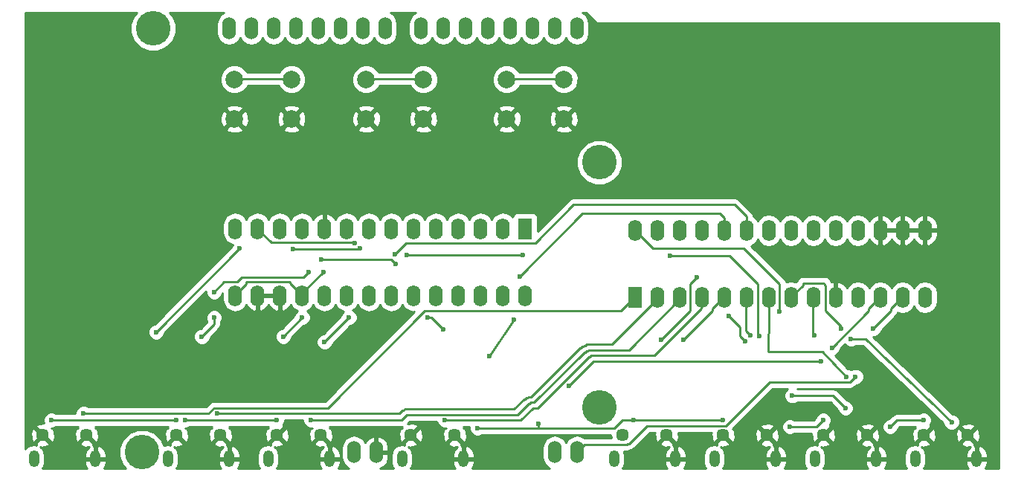
<source format=gbr>
G04 #@! TF.FileFunction,Copper,L2,Bot,Signal*
%FSLAX46Y46*%
G04 Gerber Fmt 4.6, Leading zero omitted, Abs format (unit mm)*
G04 Created by KiCad (PCBNEW 4.0.7) date 09/05/17 21:12:23*
%MOMM*%
%LPD*%
G01*
G04 APERTURE LIST*
%ADD10C,0.100000*%
%ADD11O,1.524000X2.540000*%
%ADD12C,3.937000*%
%ADD13C,1.450000*%
%ADD14O,1.200000X1.900000*%
%ADD15C,2.000000*%
%ADD16R,1.600000X2.400000*%
%ADD17O,1.600000X2.400000*%
%ADD18C,0.600000*%
%ADD19C,0.250000*%
%ADD20C,0.254000*%
G04 APERTURE END LIST*
D10*
D11*
X212001100Y-102463600D03*
X209461100Y-102463600D03*
X189141100Y-102463600D03*
X212001100Y-54203600D03*
X209461100Y-54203600D03*
X206921100Y-54203600D03*
X204381100Y-54203600D03*
X201841100Y-54203600D03*
X199301100Y-54203600D03*
X196761100Y-54203600D03*
X194221100Y-54203600D03*
X190157100Y-54203600D03*
X187617100Y-54203600D03*
X185077100Y-54203600D03*
X182537100Y-54203600D03*
X179997100Y-54203600D03*
X177457100Y-54203600D03*
X174917100Y-54203600D03*
X172377100Y-54203600D03*
X186601100Y-102463600D03*
D12*
X214541100Y-97383600D03*
X214541100Y-69443600D03*
X163741100Y-54203600D03*
X162471100Y-102463600D03*
D13*
X151170000Y-100520000D03*
X156170000Y-100520000D03*
D14*
X150170000Y-103220000D03*
X157170000Y-103220000D03*
D13*
X166410000Y-100520000D03*
X171410000Y-100520000D03*
D14*
X165410000Y-103220000D03*
X172410000Y-103220000D03*
D13*
X177840000Y-100520000D03*
X182840000Y-100520000D03*
D14*
X176840000Y-103220000D03*
X183840000Y-103220000D03*
D13*
X193080000Y-100520000D03*
X198080000Y-100520000D03*
D14*
X192080000Y-103220000D03*
X199080000Y-103220000D03*
D13*
X217210000Y-100520000D03*
X222210000Y-100520000D03*
D14*
X216210000Y-103220000D03*
X223210000Y-103220000D03*
D13*
X228640000Y-100520000D03*
X233640000Y-100520000D03*
D14*
X227640000Y-103220000D03*
X234640000Y-103220000D03*
D13*
X240070000Y-100520000D03*
X245070000Y-100520000D03*
D14*
X239070000Y-103220000D03*
X246070000Y-103220000D03*
D13*
X251500000Y-100520000D03*
X256500000Y-100520000D03*
D14*
X250500000Y-103220000D03*
X257500000Y-103220000D03*
D15*
X204000000Y-64500000D03*
X204000000Y-60000000D03*
X210500000Y-64500000D03*
X210500000Y-60000000D03*
X188000000Y-64500000D03*
X188000000Y-60000000D03*
X194500000Y-64500000D03*
X194500000Y-60000000D03*
X173000000Y-64500000D03*
X173000000Y-60000000D03*
X179500000Y-64500000D03*
X179500000Y-60000000D03*
D16*
X218600000Y-84800000D03*
D17*
X251620000Y-77180000D03*
X221140000Y-84800000D03*
X249080000Y-77180000D03*
X223680000Y-84800000D03*
X246540000Y-77180000D03*
X226220000Y-84800000D03*
X244000000Y-77180000D03*
X228760000Y-84800000D03*
X241460000Y-77180000D03*
X231300000Y-84800000D03*
X238920000Y-77180000D03*
X233840000Y-84800000D03*
X236380000Y-77180000D03*
X236380000Y-84800000D03*
X233840000Y-77180000D03*
X238920000Y-84800000D03*
X231300000Y-77180000D03*
X241460000Y-84800000D03*
X228760000Y-77180000D03*
X244000000Y-84800000D03*
X226220000Y-77180000D03*
X246540000Y-84800000D03*
X223680000Y-77180000D03*
X249080000Y-84800000D03*
X221140000Y-77180000D03*
X251620000Y-84800000D03*
X218600000Y-77180000D03*
D16*
X206100000Y-77000000D03*
D17*
X173080000Y-84620000D03*
X203560000Y-77000000D03*
X175620000Y-84620000D03*
X201020000Y-77000000D03*
X178160000Y-84620000D03*
X198480000Y-77000000D03*
X180700000Y-84620000D03*
X195940000Y-77000000D03*
X183240000Y-84620000D03*
X193400000Y-77000000D03*
X185780000Y-84620000D03*
X190860000Y-77000000D03*
X188320000Y-84620000D03*
X188320000Y-77000000D03*
X190860000Y-84620000D03*
X185780000Y-77000000D03*
X193400000Y-84620000D03*
X183240000Y-77000000D03*
X195940000Y-84620000D03*
X180700000Y-77000000D03*
X198480000Y-84620000D03*
X178160000Y-77000000D03*
X201020000Y-84620000D03*
X175620000Y-77000000D03*
X203560000Y-84620000D03*
X173080000Y-77000000D03*
X206100000Y-84620000D03*
D18*
X231200000Y-58000000D03*
X231200000Y-63000000D03*
X153000000Y-59700000D03*
X207580000Y-99180000D03*
X218430000Y-98800000D03*
X200660000Y-99695000D03*
X183134000Y-81915000D03*
X239014000Y-89154000D03*
X178562000Y-89281000D03*
X180721000Y-87122000D03*
X166370000Y-98806000D03*
X152146000Y-98806000D03*
X247650000Y-99568000D03*
X251460000Y-98806000D03*
X240030000Y-98806000D03*
X236220000Y-99568000D03*
X177800000Y-98806000D03*
X167386000Y-98806000D03*
X228600000Y-98806000D03*
X155829000Y-98044000D03*
X173609000Y-79248000D03*
X164084000Y-88773000D03*
X171069000Y-98044000D03*
X205867000Y-80010000D03*
X192659000Y-80010000D03*
X191389000Y-81026000D03*
X182880000Y-80518000D03*
X181483000Y-81915000D03*
X170688000Y-84201000D03*
X170688000Y-87122000D03*
X169291000Y-89281000D03*
X181737000Y-98806000D03*
X191260000Y-79920000D03*
X186055000Y-87122000D03*
X183261000Y-89916000D03*
X196977000Y-98806000D03*
X202050000Y-91520000D03*
X204851000Y-87376000D03*
X205486000Y-82423000D03*
X224155000Y-89662000D03*
X221615000Y-89662000D03*
X225679000Y-82550000D03*
X231775000Y-89154000D03*
X231130000Y-89810000D03*
X229240000Y-86910000D03*
X242697000Y-93853000D03*
X222620000Y-80080000D03*
X232710000Y-89200000D03*
X236510000Y-96020000D03*
X242570000Y-97430000D03*
X254640000Y-99020000D03*
X243205000Y-89535000D03*
X242062000Y-88392000D03*
X235060000Y-86460000D03*
X196790000Y-88450000D03*
X194950000Y-87090000D03*
X179700000Y-79320000D03*
X187290000Y-79240000D03*
X211074000Y-94869000D03*
X239776000Y-92075000D03*
X241046000Y-90551000D03*
X186660000Y-78610000D03*
X243713000Y-93853000D03*
X245745000Y-88392000D03*
D19*
X207580000Y-99695000D02*
X207580000Y-99180000D01*
X217170000Y-98806000D02*
X218424000Y-98806000D01*
X217170000Y-98806000D02*
X216281000Y-99695000D01*
X216281000Y-99695000D02*
X207580000Y-99695000D01*
X207580000Y-99695000D02*
X200660000Y-99695000D01*
X218424000Y-98806000D02*
X218430000Y-98800000D01*
X180700000Y-84620000D02*
X180721000Y-84582000D01*
X180721000Y-84582000D02*
X180721000Y-84328000D01*
X180721000Y-84328000D02*
X183134000Y-81915000D01*
X238920000Y-84800000D02*
X238887000Y-84836000D01*
X238887000Y-84836000D02*
X238887000Y-89027000D01*
X238887000Y-89027000D02*
X239014000Y-89154000D01*
X178562000Y-89281000D02*
X180721000Y-87122000D01*
X166370000Y-98806000D02*
X152146000Y-98806000D01*
X186563000Y-102489000D02*
X186601100Y-102463600D01*
X247650000Y-99568000D02*
X248412000Y-98806000D01*
X248412000Y-98806000D02*
X251460000Y-98806000D01*
X240030000Y-98806000D02*
X239268000Y-99568000D01*
X239268000Y-99568000D02*
X236220000Y-99568000D01*
X177800000Y-98806000D02*
X167386000Y-98806000D01*
X228600000Y-98806000D02*
X218430000Y-98800000D01*
X180700000Y-84620000D02*
X180721000Y-84582000D01*
X180721000Y-84582000D02*
X179324000Y-83185000D01*
X179324000Y-83185000D02*
X179324000Y-83058000D01*
X179324000Y-83058000D02*
X174371000Y-83058000D01*
X174371000Y-83058000D02*
X174371000Y-83312000D01*
X174371000Y-83312000D02*
X173101000Y-84582000D01*
X173101000Y-84582000D02*
X173080000Y-84620000D01*
X218600000Y-84800000D02*
X218567000Y-84836000D01*
X218567000Y-84836000D02*
X217043000Y-86360000D01*
X217043000Y-86360000D02*
X194691000Y-86360000D01*
X194691000Y-86360000D02*
X183642000Y-97409000D01*
X183642000Y-97409000D02*
X170688000Y-97409000D01*
X170688000Y-97409000D02*
X170053000Y-98044000D01*
X170053000Y-98044000D02*
X155829000Y-98044000D01*
X173609000Y-79248000D02*
X164084000Y-88773000D01*
X236380000Y-77180000D02*
X236347000Y-77216000D01*
X221140000Y-84800000D02*
X221107000Y-84836000D01*
X221107000Y-84836000D02*
X221107000Y-85090000D01*
X221107000Y-85090000D02*
X216027000Y-90170000D01*
X216027000Y-90170000D02*
X213106000Y-90170000D01*
X213106000Y-90170000D02*
X212979000Y-90297000D01*
X212979000Y-90297000D02*
X212852000Y-90297000D01*
X212852000Y-90297000D02*
X212725000Y-90424000D01*
X212725000Y-90424000D02*
X212598000Y-90424000D01*
X212598000Y-90424000D02*
X212471000Y-90551000D01*
X212471000Y-90551000D02*
X212344000Y-90551000D01*
X212344000Y-90551000D02*
X206756000Y-96139000D01*
X206756000Y-96139000D02*
X206502000Y-96139000D01*
X206502000Y-96139000D02*
X206375000Y-96266000D01*
X206375000Y-96266000D02*
X206248000Y-96266000D01*
X206248000Y-96266000D02*
X206121000Y-96393000D01*
X206121000Y-96393000D02*
X205994000Y-96393000D01*
X205994000Y-96393000D02*
X204851000Y-97536000D01*
X204851000Y-97536000D02*
X192405000Y-97536000D01*
X192405000Y-97536000D02*
X192278000Y-97663000D01*
X192278000Y-97663000D02*
X192151000Y-97663000D01*
X192151000Y-97663000D02*
X191770000Y-98044000D01*
X191770000Y-98044000D02*
X171069000Y-98044000D01*
X233840000Y-77180000D02*
X233807000Y-77216000D01*
X233807000Y-77216000D02*
X233807000Y-77470000D01*
X205867000Y-80010000D02*
X192659000Y-80010000D01*
X191389000Y-81026000D02*
X190881000Y-80518000D01*
X190881000Y-80518000D02*
X182880000Y-80518000D01*
X181483000Y-81915000D02*
X180848000Y-82550000D01*
X180848000Y-82550000D02*
X173863000Y-82550000D01*
X173863000Y-82550000D02*
X173355000Y-83058000D01*
X173355000Y-83058000D02*
X171831000Y-83058000D01*
X171831000Y-83058000D02*
X170688000Y-84201000D01*
X170688000Y-87122000D02*
X170688000Y-87884000D01*
X170688000Y-87884000D02*
X169291000Y-89281000D01*
X223680000Y-84800000D02*
X223647000Y-84836000D01*
X223647000Y-84836000D02*
X223647000Y-85090000D01*
X223647000Y-85090000D02*
X217932000Y-90805000D01*
X217932000Y-90805000D02*
X213360000Y-90805000D01*
X213360000Y-90805000D02*
X213233000Y-90932000D01*
X213233000Y-90932000D02*
X213106000Y-90932000D01*
X213106000Y-90932000D02*
X212979000Y-91059000D01*
X212979000Y-91059000D02*
X212852000Y-91059000D01*
X212852000Y-91059000D02*
X207137000Y-96774000D01*
X207137000Y-96774000D02*
X206756000Y-96774000D01*
X206756000Y-96774000D02*
X206629000Y-96901000D01*
X206629000Y-96901000D02*
X206502000Y-96901000D01*
X206502000Y-96901000D02*
X205232000Y-98171000D01*
X205232000Y-98171000D02*
X192659000Y-98171000D01*
X192659000Y-98171000D02*
X192024000Y-98806000D01*
X192024000Y-98806000D02*
X181737000Y-98806000D01*
X231300000Y-77180000D02*
X231300000Y-75590000D01*
X231300000Y-75590000D02*
X229955000Y-74245000D01*
X211612000Y-74245000D02*
X229955000Y-74245000D01*
X207264000Y-78613000D02*
X211612000Y-74245000D01*
X192532000Y-78613000D02*
X207264000Y-78613000D01*
X191260000Y-79920000D02*
X192532000Y-78613000D01*
X183261000Y-89916000D02*
X186055000Y-87122000D01*
X231267000Y-77216000D02*
X231300000Y-77180000D01*
X226220000Y-84800000D02*
X226187000Y-84836000D01*
X226187000Y-84836000D02*
X226187000Y-86106000D01*
X226187000Y-86106000D02*
X220853000Y-91440000D01*
X220853000Y-91440000D02*
X213614000Y-91440000D01*
X213614000Y-91440000D02*
X213487000Y-91567000D01*
X213487000Y-91567000D02*
X213360000Y-91567000D01*
X213360000Y-91567000D02*
X207518000Y-97409000D01*
X207518000Y-97409000D02*
X207010000Y-97409000D01*
X207010000Y-97409000D02*
X205613000Y-98806000D01*
X205613000Y-98806000D02*
X196977000Y-98806000D01*
X202050000Y-91520000D02*
X204851000Y-87376000D01*
X227550000Y-75230000D02*
X228240000Y-75230000D01*
X228240000Y-75230000D02*
X228760000Y-75750000D01*
X228760000Y-75750000D02*
X228760000Y-77180000D01*
X205486000Y-82423000D02*
X212609000Y-75220000D01*
X212609000Y-75220000D02*
X227550000Y-75230000D01*
X224155000Y-89662000D02*
X227457000Y-86360000D01*
X227457000Y-86360000D02*
X227457000Y-86106000D01*
X227457000Y-86106000D02*
X228727000Y-84836000D01*
X228727000Y-84836000D02*
X228760000Y-84800000D01*
X221615000Y-89662000D02*
X224917000Y-86360000D01*
X224917000Y-86360000D02*
X224917000Y-83312000D01*
X224917000Y-83312000D02*
X225679000Y-82550000D01*
X231300000Y-84800000D02*
X231267000Y-84836000D01*
X231267000Y-84836000D02*
X231267000Y-88646000D01*
X231267000Y-88646000D02*
X231775000Y-89154000D01*
X230540000Y-89220000D02*
X231130000Y-89810000D01*
X230540000Y-88210000D02*
X230540000Y-89220000D01*
X229240000Y-86910000D02*
X230540000Y-88210000D01*
X242697000Y-93853000D02*
X239940000Y-91040000D01*
X239940000Y-91040000D02*
X233780065Y-91000000D01*
X233780065Y-91000000D02*
X233823495Y-86944639D01*
X233823495Y-86944639D02*
X233807000Y-84836000D01*
X233807000Y-84836000D02*
X233840000Y-84800000D01*
X229350000Y-80080000D02*
X222620000Y-80080000D01*
X232550000Y-83280000D02*
X229350000Y-80080000D01*
X232550000Y-89040000D02*
X232550000Y-83280000D01*
X232710000Y-89200000D02*
X232550000Y-89040000D01*
X241160000Y-96020000D02*
X236510000Y-96020000D01*
X242570000Y-97430000D02*
X241160000Y-96020000D01*
X254640000Y-99020000D02*
X244856000Y-89535000D01*
X244856000Y-89535000D02*
X243205000Y-89535000D01*
X242062000Y-88392000D02*
X242062000Y-88138000D01*
X242062000Y-88138000D02*
X240284000Y-86360000D01*
X240284000Y-86360000D02*
X240284000Y-83439000D01*
X240284000Y-83439000D02*
X240157000Y-83312000D01*
X240157000Y-83312000D02*
X240157000Y-83185000D01*
X240157000Y-83185000D02*
X237744000Y-83185000D01*
X237744000Y-83185000D02*
X237744000Y-83439000D01*
X237744000Y-83439000D02*
X236347000Y-84836000D01*
X236347000Y-84836000D02*
X236380000Y-84800000D01*
X220650000Y-79230000D02*
X231010000Y-79230000D01*
X235060000Y-83280000D02*
X235060000Y-86460000D01*
X231010000Y-79230000D02*
X235060000Y-83280000D01*
X220670000Y-79250000D02*
X220650000Y-79230000D01*
X220650000Y-79230000D02*
X218600000Y-77180000D01*
X196790000Y-88450000D02*
X195440000Y-87100000D01*
X195440000Y-87100000D02*
X195290000Y-87100000D01*
X195290000Y-87100000D02*
X195280000Y-87090000D01*
X195280000Y-87090000D02*
X194950000Y-87090000D01*
X187210000Y-79320000D02*
X179700000Y-79320000D01*
X187290000Y-79240000D02*
X187210000Y-79320000D01*
X211074000Y-94869000D02*
X213868000Y-92075000D01*
X213868000Y-92075000D02*
X239776000Y-92075000D01*
X241046000Y-90551000D02*
X245237000Y-86360000D01*
X245237000Y-86360000D02*
X245237000Y-86106000D01*
X245237000Y-86106000D02*
X246507000Y-84836000D01*
X246507000Y-84836000D02*
X246540000Y-84800000D01*
X177210000Y-78590000D02*
X175620000Y-77000000D01*
X186640000Y-78590000D02*
X177210000Y-78590000D01*
X186660000Y-78610000D02*
X186640000Y-78590000D01*
X175641000Y-76962000D02*
X175620000Y-77000000D01*
X212001100Y-102463600D02*
X211963000Y-102489000D01*
X211963000Y-102489000D02*
X212852000Y-101600000D01*
X212852000Y-101600000D02*
X217678000Y-101600000D01*
X217678000Y-101600000D02*
X217805000Y-101473000D01*
X217805000Y-101473000D02*
X217932000Y-101473000D01*
X217932000Y-101473000D02*
X219964000Y-99441000D01*
X219964000Y-99441000D02*
X228981000Y-99441000D01*
X228981000Y-99441000D02*
X233934000Y-94488000D01*
X233934000Y-94488000D02*
X243078000Y-94488000D01*
X243078000Y-94488000D02*
X243713000Y-93853000D01*
X245745000Y-88392000D02*
X247777000Y-86360000D01*
X247777000Y-86360000D02*
X247777000Y-86106000D01*
X247777000Y-86106000D02*
X249047000Y-84836000D01*
X249047000Y-84836000D02*
X249080000Y-84800000D01*
X210500000Y-60000000D02*
X210439000Y-59944000D01*
X210439000Y-59944000D02*
X203962000Y-59944000D01*
X203962000Y-59944000D02*
X204000000Y-60000000D01*
X194500000Y-60000000D02*
X194437000Y-59944000D01*
X194437000Y-59944000D02*
X187960000Y-59944000D01*
X187960000Y-59944000D02*
X188000000Y-60000000D01*
X173000000Y-60000000D02*
X172974000Y-59944000D01*
X172974000Y-59944000D02*
X179451000Y-59944000D01*
X179451000Y-59944000D02*
X179500000Y-60000000D01*
D20*
G36*
X161535247Y-52726910D02*
X161138053Y-53683460D01*
X161137149Y-54719196D01*
X161532673Y-55676438D01*
X162264410Y-56409453D01*
X163220960Y-56806647D01*
X164256696Y-56807551D01*
X165213938Y-56412027D01*
X165946953Y-55680290D01*
X166344147Y-54723740D01*
X166345051Y-53688004D01*
X165949527Y-52730762D01*
X165629324Y-52410000D01*
X171779064Y-52410000D01*
X171389272Y-52670451D01*
X171086440Y-53123670D01*
X170980100Y-53658279D01*
X170980100Y-54748921D01*
X171086440Y-55283530D01*
X171389272Y-55736749D01*
X171842491Y-56039581D01*
X172377100Y-56145921D01*
X172911709Y-56039581D01*
X173364928Y-55736749D01*
X173647100Y-55314450D01*
X173929272Y-55736749D01*
X174382491Y-56039581D01*
X174917100Y-56145921D01*
X175451709Y-56039581D01*
X175904928Y-55736749D01*
X176187100Y-55314450D01*
X176469272Y-55736749D01*
X176922491Y-56039581D01*
X177457100Y-56145921D01*
X177991709Y-56039581D01*
X178444928Y-55736749D01*
X178727100Y-55314450D01*
X179009272Y-55736749D01*
X179462491Y-56039581D01*
X179997100Y-56145921D01*
X180531709Y-56039581D01*
X180984928Y-55736749D01*
X181267100Y-55314450D01*
X181549272Y-55736749D01*
X182002491Y-56039581D01*
X182537100Y-56145921D01*
X183071709Y-56039581D01*
X183524928Y-55736749D01*
X183807100Y-55314450D01*
X184089272Y-55736749D01*
X184542491Y-56039581D01*
X185077100Y-56145921D01*
X185611709Y-56039581D01*
X186064928Y-55736749D01*
X186347100Y-55314450D01*
X186629272Y-55736749D01*
X187082491Y-56039581D01*
X187617100Y-56145921D01*
X188151709Y-56039581D01*
X188604928Y-55736749D01*
X188887100Y-55314450D01*
X189169272Y-55736749D01*
X189622491Y-56039581D01*
X190157100Y-56145921D01*
X190691709Y-56039581D01*
X191144928Y-55736749D01*
X191447760Y-55283530D01*
X191554100Y-54748921D01*
X191554100Y-53658279D01*
X191447760Y-53123670D01*
X191144928Y-52670451D01*
X190755136Y-52410000D01*
X193623064Y-52410000D01*
X193233272Y-52670451D01*
X192930440Y-53123670D01*
X192824100Y-53658279D01*
X192824100Y-54748921D01*
X192930440Y-55283530D01*
X193233272Y-55736749D01*
X193686491Y-56039581D01*
X194221100Y-56145921D01*
X194755709Y-56039581D01*
X195208928Y-55736749D01*
X195491100Y-55314450D01*
X195773272Y-55736749D01*
X196226491Y-56039581D01*
X196761100Y-56145921D01*
X197295709Y-56039581D01*
X197748928Y-55736749D01*
X198031100Y-55314450D01*
X198313272Y-55736749D01*
X198766491Y-56039581D01*
X199301100Y-56145921D01*
X199835709Y-56039581D01*
X200288928Y-55736749D01*
X200571100Y-55314450D01*
X200853272Y-55736749D01*
X201306491Y-56039581D01*
X201841100Y-56145921D01*
X202375709Y-56039581D01*
X202828928Y-55736749D01*
X203111100Y-55314450D01*
X203393272Y-55736749D01*
X203846491Y-56039581D01*
X204381100Y-56145921D01*
X204915709Y-56039581D01*
X205368928Y-55736749D01*
X205651100Y-55314450D01*
X205933272Y-55736749D01*
X206386491Y-56039581D01*
X206921100Y-56145921D01*
X207455709Y-56039581D01*
X207908928Y-55736749D01*
X208191100Y-55314450D01*
X208473272Y-55736749D01*
X208926491Y-56039581D01*
X209461100Y-56145921D01*
X209995709Y-56039581D01*
X210448928Y-55736749D01*
X210731100Y-55314450D01*
X211013272Y-55736749D01*
X211466491Y-56039581D01*
X212001100Y-56145921D01*
X212535709Y-56039581D01*
X212988928Y-55736749D01*
X213291760Y-55283530D01*
X213398100Y-54748921D01*
X213398100Y-53658279D01*
X213291760Y-53123670D01*
X212988928Y-52670451D01*
X212599136Y-52410000D01*
X213005908Y-52410000D01*
X213997954Y-53402046D01*
X214228295Y-53555954D01*
X214500000Y-53610000D01*
X259990000Y-53610000D01*
X259990000Y-104290000D01*
X258484719Y-104290000D01*
X258592390Y-104159947D01*
X258735000Y-103697000D01*
X258735000Y-103347000D01*
X257627000Y-103347000D01*
X257627000Y-103367000D01*
X257373000Y-103367000D01*
X257373000Y-103347000D01*
X256265000Y-103347000D01*
X256265000Y-103697000D01*
X256407610Y-104159947D01*
X256515281Y-104290000D01*
X251496441Y-104290000D01*
X251640991Y-104073666D01*
X251735000Y-103601052D01*
X251735000Y-102838948D01*
X251640991Y-102366334D01*
X251373277Y-101965671D01*
X251221050Y-101863956D01*
X251301146Y-101892312D01*
X251841444Y-101863949D01*
X252208878Y-101711753D01*
X252273793Y-101473398D01*
X255726207Y-101473398D01*
X255791122Y-101711753D01*
X256301146Y-101892312D01*
X256792945Y-101866495D01*
X256716526Y-101906920D01*
X256407610Y-102280053D01*
X256265000Y-102743000D01*
X256265000Y-103093000D01*
X257373000Y-103093000D01*
X257373000Y-101801269D01*
X257627000Y-101801269D01*
X257627000Y-103093000D01*
X258735000Y-103093000D01*
X258735000Y-102743000D01*
X258592390Y-102280053D01*
X258283474Y-101906920D01*
X257855281Y-101680408D01*
X257817609Y-101676538D01*
X257627000Y-101801269D01*
X257373000Y-101801269D01*
X257213012Y-101696576D01*
X257273793Y-101473398D01*
X256500000Y-100699605D01*
X255726207Y-101473398D01*
X252273793Y-101473398D01*
X251500000Y-100699605D01*
X250726207Y-101473398D01*
X250776754Y-101658998D01*
X250500000Y-101603948D01*
X250027386Y-101697957D01*
X249626723Y-101965671D01*
X249359009Y-102366334D01*
X249265000Y-102838948D01*
X249265000Y-103601052D01*
X249359009Y-104073666D01*
X249503559Y-104290000D01*
X247054719Y-104290000D01*
X247162390Y-104159947D01*
X247305000Y-103697000D01*
X247305000Y-103347000D01*
X246197000Y-103347000D01*
X246197000Y-103367000D01*
X245943000Y-103367000D01*
X245943000Y-103347000D01*
X244835000Y-103347000D01*
X244835000Y-103697000D01*
X244977610Y-104159947D01*
X245085281Y-104290000D01*
X240066441Y-104290000D01*
X240210991Y-104073666D01*
X240305000Y-103601052D01*
X240305000Y-102838948D01*
X240210991Y-102366334D01*
X239943277Y-101965671D01*
X239791050Y-101863956D01*
X239871146Y-101892312D01*
X240411444Y-101863949D01*
X240778878Y-101711753D01*
X240843793Y-101473398D01*
X244296207Y-101473398D01*
X244361122Y-101711753D01*
X244871146Y-101892312D01*
X245362945Y-101866495D01*
X245286526Y-101906920D01*
X244977610Y-102280053D01*
X244835000Y-102743000D01*
X244835000Y-103093000D01*
X245943000Y-103093000D01*
X245943000Y-101801269D01*
X246197000Y-101801269D01*
X246197000Y-103093000D01*
X247305000Y-103093000D01*
X247305000Y-102743000D01*
X247162390Y-102280053D01*
X246853474Y-101906920D01*
X246425281Y-101680408D01*
X246387609Y-101676538D01*
X246197000Y-101801269D01*
X245943000Y-101801269D01*
X245783012Y-101696576D01*
X245843793Y-101473398D01*
X245070000Y-100699605D01*
X244296207Y-101473398D01*
X240843793Y-101473398D01*
X240070000Y-100699605D01*
X239296207Y-101473398D01*
X239346754Y-101658998D01*
X239070000Y-101603948D01*
X238597386Y-101697957D01*
X238196723Y-101965671D01*
X237929009Y-102366334D01*
X237835000Y-102838948D01*
X237835000Y-103601052D01*
X237929009Y-104073666D01*
X238073559Y-104290000D01*
X235624719Y-104290000D01*
X235732390Y-104159947D01*
X235875000Y-103697000D01*
X235875000Y-103347000D01*
X234767000Y-103347000D01*
X234767000Y-103367000D01*
X234513000Y-103367000D01*
X234513000Y-103347000D01*
X233405000Y-103347000D01*
X233405000Y-103697000D01*
X233547610Y-104159947D01*
X233655281Y-104290000D01*
X228636441Y-104290000D01*
X228780991Y-104073666D01*
X228875000Y-103601052D01*
X228875000Y-102838948D01*
X228780991Y-102366334D01*
X228513277Y-101965671D01*
X228361050Y-101863956D01*
X228441146Y-101892312D01*
X228981444Y-101863949D01*
X229348878Y-101711753D01*
X229413793Y-101473398D01*
X232866207Y-101473398D01*
X232931122Y-101711753D01*
X233441146Y-101892312D01*
X233932945Y-101866495D01*
X233856526Y-101906920D01*
X233547610Y-102280053D01*
X233405000Y-102743000D01*
X233405000Y-103093000D01*
X234513000Y-103093000D01*
X234513000Y-101801269D01*
X234767000Y-101801269D01*
X234767000Y-103093000D01*
X235875000Y-103093000D01*
X235875000Y-102743000D01*
X235732390Y-102280053D01*
X235423474Y-101906920D01*
X234995281Y-101680408D01*
X234957609Y-101676538D01*
X234767000Y-101801269D01*
X234513000Y-101801269D01*
X234353012Y-101696576D01*
X234413793Y-101473398D01*
X233640000Y-100699605D01*
X232866207Y-101473398D01*
X229413793Y-101473398D01*
X228640000Y-100699605D01*
X227866207Y-101473398D01*
X227916754Y-101658998D01*
X227640000Y-101603948D01*
X227167386Y-101697957D01*
X226766723Y-101965671D01*
X226499009Y-102366334D01*
X226405000Y-102838948D01*
X226405000Y-103601052D01*
X226499009Y-104073666D01*
X226643559Y-104290000D01*
X224194719Y-104290000D01*
X224302390Y-104159947D01*
X224445000Y-103697000D01*
X224445000Y-103347000D01*
X223337000Y-103347000D01*
X223337000Y-103367000D01*
X223083000Y-103367000D01*
X223083000Y-103347000D01*
X221975000Y-103347000D01*
X221975000Y-103697000D01*
X222117610Y-104159947D01*
X222225281Y-104290000D01*
X217206441Y-104290000D01*
X217350991Y-104073666D01*
X217445000Y-103601052D01*
X217445000Y-102838948D01*
X217350991Y-102366334D01*
X217346759Y-102360000D01*
X217678000Y-102360000D01*
X217968839Y-102302148D01*
X218131809Y-102193255D01*
X218222839Y-102175148D01*
X218469401Y-102010401D01*
X219006404Y-101473398D01*
X221436207Y-101473398D01*
X221501122Y-101711753D01*
X222011146Y-101892312D01*
X222502945Y-101866495D01*
X222426526Y-101906920D01*
X222117610Y-102280053D01*
X221975000Y-102743000D01*
X221975000Y-103093000D01*
X223083000Y-103093000D01*
X223083000Y-101801269D01*
X223337000Y-101801269D01*
X223337000Y-103093000D01*
X224445000Y-103093000D01*
X224445000Y-102743000D01*
X224302390Y-102280053D01*
X223993474Y-101906920D01*
X223565281Y-101680408D01*
X223527609Y-101676538D01*
X223337000Y-101801269D01*
X223083000Y-101801269D01*
X222923012Y-101696576D01*
X222983793Y-101473398D01*
X222210000Y-100699605D01*
X221436207Y-101473398D01*
X219006404Y-101473398D01*
X220278802Y-100201000D01*
X220880222Y-100201000D01*
X220837688Y-100321146D01*
X220866051Y-100861444D01*
X221018247Y-101228878D01*
X221256602Y-101293793D01*
X222030395Y-100520000D01*
X222016253Y-100505858D01*
X222195858Y-100326253D01*
X222210000Y-100340395D01*
X222224143Y-100326253D01*
X222403748Y-100505858D01*
X222389605Y-100520000D01*
X223163398Y-101293793D01*
X223401753Y-101228878D01*
X223582312Y-100718854D01*
X223555127Y-100201000D01*
X227310222Y-100201000D01*
X227267688Y-100321146D01*
X227296051Y-100861444D01*
X227448247Y-101228878D01*
X227686602Y-101293793D01*
X228460395Y-100520000D01*
X228446253Y-100505858D01*
X228625858Y-100326253D01*
X228640000Y-100340395D01*
X228654143Y-100326253D01*
X228833748Y-100505858D01*
X228819605Y-100520000D01*
X229593398Y-101293793D01*
X229831753Y-101228878D01*
X230012312Y-100718854D01*
X229991435Y-100321146D01*
X232267688Y-100321146D01*
X232296051Y-100861444D01*
X232448247Y-101228878D01*
X232686602Y-101293793D01*
X233460395Y-100520000D01*
X233819605Y-100520000D01*
X234593398Y-101293793D01*
X234831753Y-101228878D01*
X235012312Y-100718854D01*
X234983949Y-100178556D01*
X234831753Y-99811122D01*
X234618954Y-99753167D01*
X235284838Y-99753167D01*
X235426883Y-100096943D01*
X235689673Y-100360192D01*
X236033201Y-100502838D01*
X236405167Y-100503162D01*
X236748943Y-100361117D01*
X236782118Y-100328000D01*
X238698048Y-100328000D01*
X238726051Y-100861444D01*
X238878247Y-101228878D01*
X239116602Y-101293793D01*
X239890395Y-100520000D01*
X240249605Y-100520000D01*
X241023398Y-101293793D01*
X241261753Y-101228878D01*
X241442312Y-100718854D01*
X241421435Y-100321146D01*
X243697688Y-100321146D01*
X243726051Y-100861444D01*
X243878247Y-101228878D01*
X244116602Y-101293793D01*
X244890395Y-100520000D01*
X245249605Y-100520000D01*
X246023398Y-101293793D01*
X246261753Y-101228878D01*
X246442312Y-100718854D01*
X246413949Y-100178556D01*
X246261753Y-99811122D01*
X246048954Y-99753167D01*
X246714838Y-99753167D01*
X246856883Y-100096943D01*
X247119673Y-100360192D01*
X247463201Y-100502838D01*
X247835167Y-100503162D01*
X248178943Y-100361117D01*
X248442192Y-100098327D01*
X248584838Y-99754799D01*
X248584879Y-99707923D01*
X248726802Y-99566000D01*
X250496508Y-99566000D01*
X250431450Y-99631058D01*
X250546600Y-99746208D01*
X250308247Y-99811122D01*
X250127688Y-100321146D01*
X250156051Y-100861444D01*
X250308247Y-101228878D01*
X250546602Y-101293793D01*
X251320395Y-100520000D01*
X251679605Y-100520000D01*
X252453398Y-101293793D01*
X252691753Y-101228878D01*
X252872312Y-100718854D01*
X252851435Y-100321146D01*
X255127688Y-100321146D01*
X255156051Y-100861444D01*
X255308247Y-101228878D01*
X255546602Y-101293793D01*
X256320395Y-100520000D01*
X256679605Y-100520000D01*
X257453398Y-101293793D01*
X257691753Y-101228878D01*
X257872312Y-100718854D01*
X257843949Y-100178556D01*
X257691753Y-99811122D01*
X257453398Y-99746207D01*
X256679605Y-100520000D01*
X256320395Y-100520000D01*
X255546602Y-99746207D01*
X255308247Y-99811122D01*
X255127688Y-100321146D01*
X252851435Y-100321146D01*
X252843949Y-100178556D01*
X252691753Y-99811122D01*
X252453398Y-99746207D01*
X251679605Y-100520000D01*
X251320395Y-100520000D01*
X251306253Y-100505858D01*
X251485858Y-100326253D01*
X251500000Y-100340395D01*
X252273793Y-99566602D01*
X252219867Y-99368596D01*
X252252192Y-99336327D01*
X252394838Y-98992799D01*
X252395162Y-98620833D01*
X252253117Y-98277057D01*
X251990327Y-98013808D01*
X251646799Y-97871162D01*
X251274833Y-97870838D01*
X250931057Y-98012883D01*
X250897882Y-98046000D01*
X248412000Y-98046000D01*
X248121161Y-98103852D01*
X247874599Y-98268599D01*
X247510320Y-98632878D01*
X247464833Y-98632838D01*
X247121057Y-98774883D01*
X246857808Y-99037673D01*
X246715162Y-99381201D01*
X246714838Y-99753167D01*
X246048954Y-99753167D01*
X246023398Y-99746207D01*
X245249605Y-100520000D01*
X244890395Y-100520000D01*
X244116602Y-99746207D01*
X243878247Y-99811122D01*
X243697688Y-100321146D01*
X241421435Y-100321146D01*
X241413949Y-100178556D01*
X241261753Y-99811122D01*
X241023398Y-99746207D01*
X240249605Y-100520000D01*
X239890395Y-100520000D01*
X239876253Y-100505858D01*
X240055858Y-100326253D01*
X240070000Y-100340395D01*
X240843793Y-99566602D01*
X244296207Y-99566602D01*
X245070000Y-100340395D01*
X245843793Y-99566602D01*
X245778878Y-99328247D01*
X245268854Y-99147688D01*
X244728556Y-99176051D01*
X244361122Y-99328247D01*
X244296207Y-99566602D01*
X240843793Y-99566602D01*
X240789867Y-99368596D01*
X240822192Y-99336327D01*
X240964838Y-98992799D01*
X240965162Y-98620833D01*
X240823117Y-98277057D01*
X240560327Y-98013808D01*
X240216799Y-97871162D01*
X239844833Y-97870838D01*
X239501057Y-98012883D01*
X239237808Y-98275673D01*
X239095162Y-98619201D01*
X239095121Y-98666077D01*
X238953198Y-98808000D01*
X236782463Y-98808000D01*
X236750327Y-98775808D01*
X236406799Y-98633162D01*
X236034833Y-98632838D01*
X235691057Y-98774883D01*
X235427808Y-99037673D01*
X235285162Y-99381201D01*
X235284838Y-99753167D01*
X234618954Y-99753167D01*
X234593398Y-99746207D01*
X233819605Y-100520000D01*
X233460395Y-100520000D01*
X232686602Y-99746207D01*
X232448247Y-99811122D01*
X232267688Y-100321146D01*
X229991435Y-100321146D01*
X229983949Y-100178556D01*
X229831753Y-99811122D01*
X229716947Y-99779855D01*
X229930200Y-99566602D01*
X232866207Y-99566602D01*
X233640000Y-100340395D01*
X234413793Y-99566602D01*
X234348878Y-99328247D01*
X233838854Y-99147688D01*
X233298556Y-99176051D01*
X232931122Y-99328247D01*
X232866207Y-99566602D01*
X229930200Y-99566602D01*
X234248802Y-95248000D01*
X235959903Y-95248000D01*
X235717808Y-95489673D01*
X235575162Y-95833201D01*
X235574838Y-96205167D01*
X235716883Y-96548943D01*
X235979673Y-96812192D01*
X236323201Y-96954838D01*
X236695167Y-96955162D01*
X237038943Y-96813117D01*
X237072118Y-96780000D01*
X240845198Y-96780000D01*
X241634878Y-97569680D01*
X241634838Y-97615167D01*
X241776883Y-97958943D01*
X242039673Y-98222192D01*
X242383201Y-98364838D01*
X242755167Y-98365162D01*
X243098943Y-98223117D01*
X243362192Y-97960327D01*
X243504838Y-97616799D01*
X243505162Y-97244833D01*
X243363117Y-96901057D01*
X243100327Y-96637808D01*
X242756799Y-96495162D01*
X242709923Y-96495121D01*
X241697401Y-95482599D01*
X241450839Y-95317852D01*
X241160000Y-95260000D01*
X237072463Y-95260000D01*
X237060484Y-95248000D01*
X243078000Y-95248000D01*
X243368839Y-95190148D01*
X243615401Y-95025401D01*
X243852680Y-94788122D01*
X243898167Y-94788162D01*
X244241943Y-94646117D01*
X244505192Y-94383327D01*
X244647838Y-94039799D01*
X244648162Y-93667833D01*
X244506117Y-93324057D01*
X244243327Y-93060808D01*
X243899799Y-92918162D01*
X243527833Y-92917838D01*
X243204629Y-93051383D01*
X242883799Y-92918162D01*
X242844897Y-92918128D01*
X241380830Y-91424323D01*
X241574943Y-91344117D01*
X241838192Y-91081327D01*
X241980838Y-90737799D01*
X241980879Y-90690923D01*
X242509785Y-90162017D01*
X242674673Y-90327192D01*
X243018201Y-90469838D01*
X243390167Y-90470162D01*
X243733943Y-90328117D01*
X243767118Y-90295000D01*
X244548083Y-90295000D01*
X253704867Y-99171951D01*
X253704838Y-99205167D01*
X253846883Y-99548943D01*
X254109673Y-99812192D01*
X254453201Y-99954838D01*
X254825167Y-99955162D01*
X255168943Y-99813117D01*
X255415888Y-99566602D01*
X255726207Y-99566602D01*
X256500000Y-100340395D01*
X257273793Y-99566602D01*
X257208878Y-99328247D01*
X256698854Y-99147688D01*
X256158556Y-99176051D01*
X255791122Y-99328247D01*
X255726207Y-99566602D01*
X255415888Y-99566602D01*
X255432192Y-99550327D01*
X255574838Y-99206799D01*
X255575162Y-98834833D01*
X255433117Y-98491057D01*
X255170327Y-98227808D01*
X254826799Y-98085162D01*
X254767514Y-98085110D01*
X245733308Y-89326991D01*
X245930167Y-89327162D01*
X246273943Y-89185117D01*
X246537192Y-88922327D01*
X246679838Y-88578799D01*
X246679879Y-88531923D01*
X248314401Y-86897401D01*
X248479148Y-86650839D01*
X248500861Y-86541680D01*
X248530849Y-86561717D01*
X249080000Y-86670950D01*
X249629151Y-86561717D01*
X250094698Y-86250648D01*
X250350000Y-85868562D01*
X250605302Y-86250648D01*
X251070849Y-86561717D01*
X251620000Y-86670950D01*
X252169151Y-86561717D01*
X252634698Y-86250648D01*
X252945767Y-85785101D01*
X253055000Y-85235950D01*
X253055000Y-84364050D01*
X252945767Y-83814899D01*
X252634698Y-83349352D01*
X252169151Y-83038283D01*
X251620000Y-82929050D01*
X251070849Y-83038283D01*
X250605302Y-83349352D01*
X250350000Y-83731438D01*
X250094698Y-83349352D01*
X249629151Y-83038283D01*
X249080000Y-82929050D01*
X248530849Y-83038283D01*
X248065302Y-83349352D01*
X247810000Y-83731438D01*
X247554698Y-83349352D01*
X247089151Y-83038283D01*
X246540000Y-82929050D01*
X245990849Y-83038283D01*
X245525302Y-83349352D01*
X245270000Y-83731438D01*
X245014698Y-83349352D01*
X244549151Y-83038283D01*
X244000000Y-82929050D01*
X243450849Y-83038283D01*
X242985302Y-83349352D01*
X242732493Y-83727707D01*
X242384896Y-83295500D01*
X241891819Y-83025633D01*
X241809039Y-83008096D01*
X241587000Y-83130085D01*
X241587000Y-84673000D01*
X241607000Y-84673000D01*
X241607000Y-84927000D01*
X241587000Y-84927000D01*
X241587000Y-84947000D01*
X241333000Y-84947000D01*
X241333000Y-84927000D01*
X241313000Y-84927000D01*
X241313000Y-84673000D01*
X241333000Y-84673000D01*
X241333000Y-83130085D01*
X241110961Y-83008096D01*
X241028181Y-83025633D01*
X240937456Y-83075288D01*
X240877255Y-82985191D01*
X240859148Y-82894161D01*
X240694401Y-82647599D01*
X240447839Y-82482852D01*
X240157000Y-82425000D01*
X237744000Y-82425000D01*
X237453161Y-82482852D01*
X237206599Y-82647599D01*
X237041852Y-82894161D01*
X237003326Y-83087845D01*
X236929151Y-83038283D01*
X236380000Y-82929050D01*
X235830849Y-83038283D01*
X235778833Y-83073039D01*
X235762148Y-82989161D01*
X235597401Y-82742599D01*
X231805251Y-78950449D01*
X231849151Y-78941717D01*
X232314698Y-78630648D01*
X232570000Y-78248562D01*
X232825302Y-78630648D01*
X233290849Y-78941717D01*
X233840000Y-79050950D01*
X234389151Y-78941717D01*
X234854698Y-78630648D01*
X235110000Y-78248562D01*
X235365302Y-78630648D01*
X235830849Y-78941717D01*
X236380000Y-79050950D01*
X236929151Y-78941717D01*
X237394698Y-78630648D01*
X237650000Y-78248562D01*
X237905302Y-78630648D01*
X238370849Y-78941717D01*
X238920000Y-79050950D01*
X239469151Y-78941717D01*
X239934698Y-78630648D01*
X240190000Y-78248562D01*
X240445302Y-78630648D01*
X240910849Y-78941717D01*
X241460000Y-79050950D01*
X242009151Y-78941717D01*
X242474698Y-78630648D01*
X242730000Y-78248562D01*
X242985302Y-78630648D01*
X243450849Y-78941717D01*
X244000000Y-79050950D01*
X244549151Y-78941717D01*
X245014698Y-78630648D01*
X245267507Y-78252293D01*
X245615104Y-78684500D01*
X246108181Y-78954367D01*
X246190961Y-78971904D01*
X246413000Y-78849915D01*
X246413000Y-77307000D01*
X246667000Y-77307000D01*
X246667000Y-78849915D01*
X246889039Y-78971904D01*
X246971819Y-78954367D01*
X247464896Y-78684500D01*
X247810000Y-78255393D01*
X248155104Y-78684500D01*
X248648181Y-78954367D01*
X248730961Y-78971904D01*
X248953000Y-78849915D01*
X248953000Y-77307000D01*
X249207000Y-77307000D01*
X249207000Y-78849915D01*
X249429039Y-78971904D01*
X249511819Y-78954367D01*
X250004896Y-78684500D01*
X250350000Y-78255393D01*
X250695104Y-78684500D01*
X251188181Y-78954367D01*
X251270961Y-78971904D01*
X251493000Y-78849915D01*
X251493000Y-77307000D01*
X251747000Y-77307000D01*
X251747000Y-78849915D01*
X251969039Y-78971904D01*
X252051819Y-78954367D01*
X252544896Y-78684500D01*
X252897166Y-78246483D01*
X253055000Y-77707000D01*
X253055000Y-77307000D01*
X251747000Y-77307000D01*
X251493000Y-77307000D01*
X249207000Y-77307000D01*
X248953000Y-77307000D01*
X246667000Y-77307000D01*
X246413000Y-77307000D01*
X246393000Y-77307000D01*
X246393000Y-77053000D01*
X246413000Y-77053000D01*
X246413000Y-75510085D01*
X246667000Y-75510085D01*
X246667000Y-77053000D01*
X248953000Y-77053000D01*
X248953000Y-75510085D01*
X249207000Y-75510085D01*
X249207000Y-77053000D01*
X251493000Y-77053000D01*
X251493000Y-75510085D01*
X251747000Y-75510085D01*
X251747000Y-77053000D01*
X253055000Y-77053000D01*
X253055000Y-76653000D01*
X252897166Y-76113517D01*
X252544896Y-75675500D01*
X252051819Y-75405633D01*
X251969039Y-75388096D01*
X251747000Y-75510085D01*
X251493000Y-75510085D01*
X251270961Y-75388096D01*
X251188181Y-75405633D01*
X250695104Y-75675500D01*
X250350000Y-76104607D01*
X250004896Y-75675500D01*
X249511819Y-75405633D01*
X249429039Y-75388096D01*
X249207000Y-75510085D01*
X248953000Y-75510085D01*
X248730961Y-75388096D01*
X248648181Y-75405633D01*
X248155104Y-75675500D01*
X247810000Y-76104607D01*
X247464896Y-75675500D01*
X246971819Y-75405633D01*
X246889039Y-75388096D01*
X246667000Y-75510085D01*
X246413000Y-75510085D01*
X246190961Y-75388096D01*
X246108181Y-75405633D01*
X245615104Y-75675500D01*
X245267507Y-76107707D01*
X245014698Y-75729352D01*
X244549151Y-75418283D01*
X244000000Y-75309050D01*
X243450849Y-75418283D01*
X242985302Y-75729352D01*
X242730000Y-76111438D01*
X242474698Y-75729352D01*
X242009151Y-75418283D01*
X241460000Y-75309050D01*
X240910849Y-75418283D01*
X240445302Y-75729352D01*
X240190000Y-76111438D01*
X239934698Y-75729352D01*
X239469151Y-75418283D01*
X238920000Y-75309050D01*
X238370849Y-75418283D01*
X237905302Y-75729352D01*
X237650000Y-76111438D01*
X237394698Y-75729352D01*
X236929151Y-75418283D01*
X236380000Y-75309050D01*
X235830849Y-75418283D01*
X235365302Y-75729352D01*
X235110000Y-76111438D01*
X234854698Y-75729352D01*
X234389151Y-75418283D01*
X233840000Y-75309050D01*
X233290849Y-75418283D01*
X232825302Y-75729352D01*
X232570000Y-76111438D01*
X232314698Y-75729352D01*
X232052927Y-75554442D01*
X232051915Y-75549352D01*
X232002148Y-75299160D01*
X231837401Y-75052599D01*
X230492401Y-73707599D01*
X230245839Y-73542852D01*
X229955000Y-73485000D01*
X211612000Y-73485000D01*
X211611128Y-73485173D01*
X211610256Y-73485002D01*
X211465667Y-73514108D01*
X211321161Y-73542852D01*
X211320423Y-73543345D01*
X211319550Y-73543521D01*
X211196966Y-73625836D01*
X211074599Y-73707599D01*
X211074106Y-73708337D01*
X211073367Y-73708833D01*
X207547440Y-77250979D01*
X207547440Y-75800000D01*
X207503162Y-75564683D01*
X207364090Y-75348559D01*
X207151890Y-75203569D01*
X206900000Y-75152560D01*
X205300000Y-75152560D01*
X205064683Y-75196838D01*
X204848559Y-75335910D01*
X204703569Y-75548110D01*
X204673403Y-75697074D01*
X204574698Y-75549352D01*
X204109151Y-75238283D01*
X203560000Y-75129050D01*
X203010849Y-75238283D01*
X202545302Y-75549352D01*
X202290000Y-75931438D01*
X202034698Y-75549352D01*
X201569151Y-75238283D01*
X201020000Y-75129050D01*
X200470849Y-75238283D01*
X200005302Y-75549352D01*
X199750000Y-75931438D01*
X199494698Y-75549352D01*
X199029151Y-75238283D01*
X198480000Y-75129050D01*
X197930849Y-75238283D01*
X197465302Y-75549352D01*
X197210000Y-75931438D01*
X196954698Y-75549352D01*
X196489151Y-75238283D01*
X195940000Y-75129050D01*
X195390849Y-75238283D01*
X194925302Y-75549352D01*
X194670000Y-75931438D01*
X194414698Y-75549352D01*
X193949151Y-75238283D01*
X193400000Y-75129050D01*
X192850849Y-75238283D01*
X192385302Y-75549352D01*
X192130000Y-75931438D01*
X191874698Y-75549352D01*
X191409151Y-75238283D01*
X190860000Y-75129050D01*
X190310849Y-75238283D01*
X189845302Y-75549352D01*
X189590000Y-75931438D01*
X189334698Y-75549352D01*
X188869151Y-75238283D01*
X188320000Y-75129050D01*
X187770849Y-75238283D01*
X187305302Y-75549352D01*
X187050000Y-75931438D01*
X186794698Y-75549352D01*
X186329151Y-75238283D01*
X185780000Y-75129050D01*
X185230849Y-75238283D01*
X184765302Y-75549352D01*
X184512493Y-75927707D01*
X184164896Y-75495500D01*
X183671819Y-75225633D01*
X183589039Y-75208096D01*
X183367000Y-75330085D01*
X183367000Y-76873000D01*
X183387000Y-76873000D01*
X183387000Y-77127000D01*
X183367000Y-77127000D01*
X183367000Y-77147000D01*
X183113000Y-77147000D01*
X183113000Y-77127000D01*
X183093000Y-77127000D01*
X183093000Y-76873000D01*
X183113000Y-76873000D01*
X183113000Y-75330085D01*
X182890961Y-75208096D01*
X182808181Y-75225633D01*
X182315104Y-75495500D01*
X181967507Y-75927707D01*
X181714698Y-75549352D01*
X181249151Y-75238283D01*
X180700000Y-75129050D01*
X180150849Y-75238283D01*
X179685302Y-75549352D01*
X179430000Y-75931438D01*
X179174698Y-75549352D01*
X178709151Y-75238283D01*
X178160000Y-75129050D01*
X177610849Y-75238283D01*
X177145302Y-75549352D01*
X176890000Y-75931438D01*
X176634698Y-75549352D01*
X176169151Y-75238283D01*
X175620000Y-75129050D01*
X175070849Y-75238283D01*
X174605302Y-75549352D01*
X174350000Y-75931438D01*
X174094698Y-75549352D01*
X173629151Y-75238283D01*
X173080000Y-75129050D01*
X172530849Y-75238283D01*
X172065302Y-75549352D01*
X171754233Y-76014899D01*
X171645000Y-76564050D01*
X171645000Y-77435950D01*
X171754233Y-77985101D01*
X172065302Y-78450648D01*
X172530849Y-78761717D01*
X172778097Y-78810898D01*
X172674162Y-79061201D01*
X172674121Y-79108077D01*
X163944320Y-87837878D01*
X163898833Y-87837838D01*
X163555057Y-87979883D01*
X163291808Y-88242673D01*
X163149162Y-88586201D01*
X163148838Y-88958167D01*
X163290883Y-89301943D01*
X163553673Y-89565192D01*
X163897201Y-89707838D01*
X164269167Y-89708162D01*
X164612943Y-89566117D01*
X164713067Y-89466167D01*
X168355838Y-89466167D01*
X168497883Y-89809943D01*
X168760673Y-90073192D01*
X169104201Y-90215838D01*
X169476167Y-90216162D01*
X169819943Y-90074117D01*
X170083192Y-89811327D01*
X170225838Y-89467799D01*
X170225879Y-89420923D01*
X171225401Y-88421401D01*
X171390148Y-88174840D01*
X171448000Y-87884000D01*
X171448000Y-87684463D01*
X171480192Y-87652327D01*
X171622838Y-87308799D01*
X171623162Y-86936833D01*
X171481117Y-86593057D01*
X171218327Y-86329808D01*
X170874799Y-86187162D01*
X170502833Y-86186838D01*
X170159057Y-86328883D01*
X169895808Y-86591673D01*
X169753162Y-86935201D01*
X169752838Y-87307167D01*
X169880665Y-87616533D01*
X169151320Y-88345878D01*
X169105833Y-88345838D01*
X168762057Y-88487883D01*
X168498808Y-88750673D01*
X168356162Y-89094201D01*
X168355838Y-89466167D01*
X164713067Y-89466167D01*
X164876192Y-89303327D01*
X165018838Y-88959799D01*
X165018879Y-88912923D01*
X169753019Y-84178783D01*
X169752838Y-84386167D01*
X169894883Y-84729943D01*
X170157673Y-84993192D01*
X170501201Y-85135838D01*
X170873167Y-85136162D01*
X171216943Y-84994117D01*
X171480192Y-84731327D01*
X171622838Y-84387799D01*
X171622879Y-84340923D01*
X171645000Y-84318802D01*
X171645000Y-85055950D01*
X171754233Y-85605101D01*
X172065302Y-86070648D01*
X172530849Y-86381717D01*
X173080000Y-86490950D01*
X173629151Y-86381717D01*
X174094698Y-86070648D01*
X174347507Y-85692293D01*
X174695104Y-86124500D01*
X175188181Y-86394367D01*
X175270961Y-86411904D01*
X175493000Y-86289915D01*
X175493000Y-84747000D01*
X175747000Y-84747000D01*
X175747000Y-86289915D01*
X175969039Y-86411904D01*
X176051819Y-86394367D01*
X176544896Y-86124500D01*
X176890000Y-85695393D01*
X177235104Y-86124500D01*
X177728181Y-86394367D01*
X177810961Y-86411904D01*
X178033000Y-86289915D01*
X178033000Y-84747000D01*
X175747000Y-84747000D01*
X175493000Y-84747000D01*
X175473000Y-84747000D01*
X175473000Y-84493000D01*
X175493000Y-84493000D01*
X175493000Y-84473000D01*
X175747000Y-84473000D01*
X175747000Y-84493000D01*
X178033000Y-84493000D01*
X178033000Y-84473000D01*
X178287000Y-84473000D01*
X178287000Y-84493000D01*
X178307000Y-84493000D01*
X178307000Y-84747000D01*
X178287000Y-84747000D01*
X178287000Y-86289915D01*
X178509039Y-86411904D01*
X178591819Y-86394367D01*
X179084896Y-86124500D01*
X179432493Y-85692293D01*
X179685302Y-86070648D01*
X180143829Y-86377027D01*
X179928808Y-86591673D01*
X179786162Y-86935201D01*
X179786121Y-86982077D01*
X178422320Y-88345878D01*
X178376833Y-88345838D01*
X178033057Y-88487883D01*
X177769808Y-88750673D01*
X177627162Y-89094201D01*
X177626838Y-89466167D01*
X177768883Y-89809943D01*
X178031673Y-90073192D01*
X178375201Y-90215838D01*
X178747167Y-90216162D01*
X179090943Y-90074117D01*
X179354192Y-89811327D01*
X179496838Y-89467799D01*
X179496879Y-89420923D01*
X180860680Y-88057122D01*
X180906167Y-88057162D01*
X181249943Y-87915117D01*
X181513192Y-87652327D01*
X181655838Y-87308799D01*
X181656162Y-86936833D01*
X181514117Y-86593057D01*
X181281541Y-86360075D01*
X181714698Y-86070648D01*
X181970000Y-85688562D01*
X182225302Y-86070648D01*
X182690849Y-86381717D01*
X183240000Y-86490950D01*
X183789151Y-86381717D01*
X184254698Y-86070648D01*
X184510000Y-85688562D01*
X184765302Y-86070648D01*
X185230849Y-86381717D01*
X185432875Y-86421903D01*
X185262808Y-86591673D01*
X185120162Y-86935201D01*
X185120121Y-86982077D01*
X183121320Y-88980878D01*
X183075833Y-88980838D01*
X182732057Y-89122883D01*
X182468808Y-89385673D01*
X182326162Y-89729201D01*
X182325838Y-90101167D01*
X182467883Y-90444943D01*
X182730673Y-90708192D01*
X183074201Y-90850838D01*
X183446167Y-90851162D01*
X183789943Y-90709117D01*
X184053192Y-90446327D01*
X184195838Y-90102799D01*
X184195879Y-90055923D01*
X186194680Y-88057122D01*
X186240167Y-88057162D01*
X186583943Y-87915117D01*
X186847192Y-87652327D01*
X186989838Y-87308799D01*
X186990162Y-86936833D01*
X186848117Y-86593057D01*
X186585327Y-86329808D01*
X186475247Y-86284099D01*
X186794698Y-86070648D01*
X187050000Y-85688562D01*
X187305302Y-86070648D01*
X187770849Y-86381717D01*
X188320000Y-86490950D01*
X188869151Y-86381717D01*
X189334698Y-86070648D01*
X189590000Y-85688562D01*
X189845302Y-86070648D01*
X190310849Y-86381717D01*
X190860000Y-86490950D01*
X191409151Y-86381717D01*
X191874698Y-86070648D01*
X192130000Y-85688562D01*
X192385302Y-86070648D01*
X192850849Y-86381717D01*
X193400000Y-86490950D01*
X193506415Y-86469783D01*
X183327198Y-96649000D01*
X170688000Y-96649000D01*
X170397161Y-96706852D01*
X170150599Y-96871599D01*
X169738198Y-97284000D01*
X156391463Y-97284000D01*
X156359327Y-97251808D01*
X156015799Y-97109162D01*
X155643833Y-97108838D01*
X155300057Y-97250883D01*
X155036808Y-97513673D01*
X154894162Y-97857201D01*
X154893998Y-98046000D01*
X152708463Y-98046000D01*
X152676327Y-98013808D01*
X152332799Y-97871162D01*
X151960833Y-97870838D01*
X151617057Y-98012883D01*
X151353808Y-98275673D01*
X151211162Y-98619201D01*
X151210838Y-98991167D01*
X151277493Y-99152484D01*
X150828556Y-99176051D01*
X150461122Y-99328247D01*
X150396207Y-99566602D01*
X151170000Y-100340395D01*
X151184143Y-100326253D01*
X151363748Y-100505858D01*
X151349605Y-100520000D01*
X152123398Y-101293793D01*
X152361753Y-101228878D01*
X152542312Y-100718854D01*
X152513949Y-100178556D01*
X152361753Y-99811122D01*
X152123400Y-99746208D01*
X152128622Y-99740986D01*
X152331167Y-99741162D01*
X152674943Y-99599117D01*
X152708118Y-99566000D01*
X155166508Y-99566000D01*
X155101450Y-99631058D01*
X155216600Y-99746208D01*
X154978247Y-99811122D01*
X154797688Y-100321146D01*
X154826051Y-100861444D01*
X154978247Y-101228878D01*
X155216602Y-101293793D01*
X155990395Y-100520000D01*
X155976253Y-100505858D01*
X156155858Y-100326253D01*
X156170000Y-100340395D01*
X156184143Y-100326253D01*
X156363748Y-100505858D01*
X156349605Y-100520000D01*
X157123398Y-101293793D01*
X157361753Y-101228878D01*
X157542312Y-100718854D01*
X157513949Y-100178556D01*
X157361753Y-99811122D01*
X157123400Y-99746208D01*
X157238550Y-99631058D01*
X157173492Y-99566000D01*
X165406508Y-99566000D01*
X165341450Y-99631058D01*
X165456600Y-99746208D01*
X165218247Y-99811122D01*
X165037688Y-100321146D01*
X165066051Y-100861444D01*
X165218247Y-101228878D01*
X165456602Y-101293793D01*
X166230395Y-100520000D01*
X166216253Y-100505858D01*
X166395858Y-100326253D01*
X166410000Y-100340395D01*
X166424143Y-100326253D01*
X166603748Y-100505858D01*
X166589605Y-100520000D01*
X167363398Y-101293793D01*
X167601753Y-101228878D01*
X167782312Y-100718854D01*
X167753949Y-100178556D01*
X167601753Y-99811122D01*
X167363400Y-99746208D01*
X167368622Y-99740986D01*
X167571167Y-99741162D01*
X167914943Y-99599117D01*
X167948118Y-99566000D01*
X170406508Y-99566000D01*
X170341450Y-99631058D01*
X170456600Y-99746208D01*
X170218247Y-99811122D01*
X170037688Y-100321146D01*
X170066051Y-100861444D01*
X170218247Y-101228878D01*
X170456602Y-101293793D01*
X171230395Y-100520000D01*
X171216253Y-100505858D01*
X171395858Y-100326253D01*
X171410000Y-100340395D01*
X171424143Y-100326253D01*
X171603748Y-100505858D01*
X171589605Y-100520000D01*
X172363398Y-101293793D01*
X172601753Y-101228878D01*
X172782312Y-100718854D01*
X172753949Y-100178556D01*
X172601753Y-99811122D01*
X172363400Y-99746208D01*
X172478550Y-99631058D01*
X172413492Y-99566000D01*
X176836508Y-99566000D01*
X176771450Y-99631058D01*
X176886600Y-99746208D01*
X176648247Y-99811122D01*
X176467688Y-100321146D01*
X176496051Y-100861444D01*
X176648247Y-101228878D01*
X176886602Y-101293793D01*
X177660395Y-100520000D01*
X178019605Y-100520000D01*
X178793398Y-101293793D01*
X179031753Y-101228878D01*
X179212312Y-100718854D01*
X179183949Y-100178556D01*
X179031753Y-99811122D01*
X178793398Y-99746207D01*
X178019605Y-100520000D01*
X177660395Y-100520000D01*
X177646253Y-100505858D01*
X177825858Y-100326253D01*
X177840000Y-100340395D01*
X178613793Y-99566602D01*
X178559867Y-99368596D01*
X178592192Y-99336327D01*
X178734838Y-98992799D01*
X178735002Y-98804000D01*
X180802001Y-98804000D01*
X180801838Y-98991167D01*
X180943883Y-99334943D01*
X181206673Y-99598192D01*
X181550201Y-99740838D01*
X181881519Y-99741127D01*
X181886600Y-99746208D01*
X181648247Y-99811122D01*
X181467688Y-100321146D01*
X181496051Y-100861444D01*
X181648247Y-101228878D01*
X181886602Y-101293793D01*
X182660395Y-100520000D01*
X182646253Y-100505858D01*
X182825858Y-100326253D01*
X182840000Y-100340395D01*
X182854143Y-100326253D01*
X183033748Y-100505858D01*
X183019605Y-100520000D01*
X183793398Y-101293793D01*
X184031753Y-101228878D01*
X184212312Y-100718854D01*
X184183949Y-100178556D01*
X184031753Y-99811122D01*
X183793400Y-99746208D01*
X183908550Y-99631058D01*
X183843492Y-99566000D01*
X192024000Y-99566000D01*
X192089546Y-99552962D01*
X192011450Y-99631058D01*
X192126600Y-99746208D01*
X191888247Y-99811122D01*
X191707688Y-100321146D01*
X191736051Y-100861444D01*
X191888247Y-101228878D01*
X192126602Y-101293793D01*
X192900395Y-100520000D01*
X193259605Y-100520000D01*
X194033398Y-101293793D01*
X194271753Y-101228878D01*
X194452312Y-100718854D01*
X194423949Y-100178556D01*
X194271753Y-99811122D01*
X194033398Y-99746207D01*
X193259605Y-100520000D01*
X192900395Y-100520000D01*
X192886253Y-100505858D01*
X193065858Y-100326253D01*
X193080000Y-100340395D01*
X193853793Y-99566602D01*
X193788878Y-99328247D01*
X193278854Y-99147688D01*
X192738556Y-99176051D01*
X192721818Y-99182984D01*
X192973802Y-98931000D01*
X196041890Y-98931000D01*
X196041838Y-98991167D01*
X196183883Y-99334943D01*
X196446673Y-99598192D01*
X196790201Y-99740838D01*
X197121519Y-99741127D01*
X197126600Y-99746208D01*
X196888247Y-99811122D01*
X196707688Y-100321146D01*
X196736051Y-100861444D01*
X196888247Y-101228878D01*
X197126602Y-101293793D01*
X197900395Y-100520000D01*
X197886253Y-100505858D01*
X198065858Y-100326253D01*
X198080000Y-100340395D01*
X198094143Y-100326253D01*
X198273748Y-100505858D01*
X198259605Y-100520000D01*
X199033398Y-101293793D01*
X199271753Y-101228878D01*
X199452312Y-100718854D01*
X199423949Y-100178556D01*
X199271753Y-99811122D01*
X199033400Y-99746208D01*
X199148550Y-99631058D01*
X199083492Y-99566000D01*
X199725112Y-99566000D01*
X199724838Y-99880167D01*
X199866883Y-100223943D01*
X200129673Y-100487192D01*
X200473201Y-100629838D01*
X200845167Y-100630162D01*
X201188943Y-100488117D01*
X201222118Y-100455000D01*
X215844715Y-100455000D01*
X215864925Y-100840000D01*
X212853559Y-100840000D01*
X212535709Y-100627619D01*
X212001100Y-100521279D01*
X211466491Y-100627619D01*
X211013272Y-100930451D01*
X210731100Y-101352750D01*
X210448928Y-100930451D01*
X209995709Y-100627619D01*
X209461100Y-100521279D01*
X208926491Y-100627619D01*
X208473272Y-100930451D01*
X208170440Y-101383670D01*
X208064100Y-101918279D01*
X208064100Y-103008921D01*
X208170440Y-103543530D01*
X208473272Y-103996749D01*
X208912152Y-104290000D01*
X200064719Y-104290000D01*
X200172390Y-104159947D01*
X200315000Y-103697000D01*
X200315000Y-103347000D01*
X199207000Y-103347000D01*
X199207000Y-103367000D01*
X198953000Y-103367000D01*
X198953000Y-103347000D01*
X197845000Y-103347000D01*
X197845000Y-103697000D01*
X197987610Y-104159947D01*
X198095281Y-104290000D01*
X193076441Y-104290000D01*
X193220991Y-104073666D01*
X193315000Y-103601052D01*
X193315000Y-102838948D01*
X193220991Y-102366334D01*
X192953277Y-101965671D01*
X192801050Y-101863956D01*
X192881146Y-101892312D01*
X193421444Y-101863949D01*
X193788878Y-101711753D01*
X193853793Y-101473398D01*
X197306207Y-101473398D01*
X197371122Y-101711753D01*
X197881146Y-101892312D01*
X198372945Y-101866495D01*
X198296526Y-101906920D01*
X197987610Y-102280053D01*
X197845000Y-102743000D01*
X197845000Y-103093000D01*
X198953000Y-103093000D01*
X198953000Y-101801269D01*
X199207000Y-101801269D01*
X199207000Y-103093000D01*
X200315000Y-103093000D01*
X200315000Y-102743000D01*
X200172390Y-102280053D01*
X199863474Y-101906920D01*
X199435281Y-101680408D01*
X199397609Y-101676538D01*
X199207000Y-101801269D01*
X198953000Y-101801269D01*
X198793012Y-101696576D01*
X198853793Y-101473398D01*
X198080000Y-100699605D01*
X197306207Y-101473398D01*
X193853793Y-101473398D01*
X193080000Y-100699605D01*
X192306207Y-101473398D01*
X192356754Y-101658998D01*
X192080000Y-101603948D01*
X191607386Y-101697957D01*
X191206723Y-101965671D01*
X190939009Y-102366334D01*
X190845000Y-102838948D01*
X190845000Y-103601052D01*
X190939009Y-104073666D01*
X191083559Y-104290000D01*
X189596708Y-104290000D01*
X190039126Y-104049230D01*
X190383159Y-103623541D01*
X190538100Y-103098600D01*
X190538100Y-102590600D01*
X189268100Y-102590600D01*
X189268100Y-102610600D01*
X189014100Y-102610600D01*
X189014100Y-102590600D01*
X188994100Y-102590600D01*
X188994100Y-102336600D01*
X189014100Y-102336600D01*
X189014100Y-100723880D01*
X189268100Y-100723880D01*
X189268100Y-102336600D01*
X190538100Y-102336600D01*
X190538100Y-101828600D01*
X190383159Y-101303659D01*
X190039126Y-100877970D01*
X189558377Y-100616340D01*
X189484170Y-100601380D01*
X189268100Y-100723880D01*
X189014100Y-100723880D01*
X188798030Y-100601380D01*
X188723823Y-100616340D01*
X188243074Y-100877970D01*
X187899041Y-101303659D01*
X187880430Y-101366713D01*
X187588928Y-100930451D01*
X187135709Y-100627619D01*
X186601100Y-100521279D01*
X186066491Y-100627619D01*
X185613272Y-100930451D01*
X185310440Y-101383670D01*
X185204100Y-101918279D01*
X185204100Y-103008921D01*
X185310440Y-103543530D01*
X185613272Y-103996749D01*
X186052152Y-104290000D01*
X184824719Y-104290000D01*
X184932390Y-104159947D01*
X185075000Y-103697000D01*
X185075000Y-103347000D01*
X183967000Y-103347000D01*
X183967000Y-103367000D01*
X183713000Y-103367000D01*
X183713000Y-103347000D01*
X182605000Y-103347000D01*
X182605000Y-103697000D01*
X182747610Y-104159947D01*
X182855281Y-104290000D01*
X177836441Y-104290000D01*
X177980991Y-104073666D01*
X178075000Y-103601052D01*
X178075000Y-102838948D01*
X177980991Y-102366334D01*
X177713277Y-101965671D01*
X177561050Y-101863956D01*
X177641146Y-101892312D01*
X178181444Y-101863949D01*
X178548878Y-101711753D01*
X178613793Y-101473398D01*
X182066207Y-101473398D01*
X182131122Y-101711753D01*
X182641146Y-101892312D01*
X183132945Y-101866495D01*
X183056526Y-101906920D01*
X182747610Y-102280053D01*
X182605000Y-102743000D01*
X182605000Y-103093000D01*
X183713000Y-103093000D01*
X183713000Y-101801269D01*
X183967000Y-101801269D01*
X183967000Y-103093000D01*
X185075000Y-103093000D01*
X185075000Y-102743000D01*
X184932390Y-102280053D01*
X184623474Y-101906920D01*
X184195281Y-101680408D01*
X184157609Y-101676538D01*
X183967000Y-101801269D01*
X183713000Y-101801269D01*
X183553012Y-101696576D01*
X183613793Y-101473398D01*
X182840000Y-100699605D01*
X182066207Y-101473398D01*
X178613793Y-101473398D01*
X177840000Y-100699605D01*
X177066207Y-101473398D01*
X177116754Y-101658998D01*
X176840000Y-101603948D01*
X176367386Y-101697957D01*
X175966723Y-101965671D01*
X175699009Y-102366334D01*
X175605000Y-102838948D01*
X175605000Y-103601052D01*
X175699009Y-104073666D01*
X175843559Y-104290000D01*
X173394719Y-104290000D01*
X173502390Y-104159947D01*
X173645000Y-103697000D01*
X173645000Y-103347000D01*
X172537000Y-103347000D01*
X172537000Y-103367000D01*
X172283000Y-103367000D01*
X172283000Y-103347000D01*
X171175000Y-103347000D01*
X171175000Y-103697000D01*
X171317610Y-104159947D01*
X171425281Y-104290000D01*
X166406441Y-104290000D01*
X166550991Y-104073666D01*
X166645000Y-103601052D01*
X166645000Y-102838948D01*
X166550991Y-102366334D01*
X166283277Y-101965671D01*
X166131050Y-101863956D01*
X166211146Y-101892312D01*
X166751444Y-101863949D01*
X167118878Y-101711753D01*
X167183793Y-101473398D01*
X170636207Y-101473398D01*
X170701122Y-101711753D01*
X171211146Y-101892312D01*
X171702945Y-101866495D01*
X171626526Y-101906920D01*
X171317610Y-102280053D01*
X171175000Y-102743000D01*
X171175000Y-103093000D01*
X172283000Y-103093000D01*
X172283000Y-101801269D01*
X172537000Y-101801269D01*
X172537000Y-103093000D01*
X173645000Y-103093000D01*
X173645000Y-102743000D01*
X173502390Y-102280053D01*
X173193474Y-101906920D01*
X172765281Y-101680408D01*
X172727609Y-101676538D01*
X172537000Y-101801269D01*
X172283000Y-101801269D01*
X172123012Y-101696576D01*
X172183793Y-101473398D01*
X171410000Y-100699605D01*
X170636207Y-101473398D01*
X167183793Y-101473398D01*
X166410000Y-100699605D01*
X165636207Y-101473398D01*
X165686754Y-101658998D01*
X165410000Y-101603948D01*
X164969125Y-101691644D01*
X164679527Y-100990762D01*
X163947790Y-100257747D01*
X162991240Y-99860553D01*
X161955504Y-99859649D01*
X160998262Y-100255173D01*
X160265247Y-100986910D01*
X159868053Y-101943460D01*
X159867149Y-102979196D01*
X160262673Y-103936438D01*
X160615619Y-104290000D01*
X158154719Y-104290000D01*
X158262390Y-104159947D01*
X158405000Y-103697000D01*
X158405000Y-103347000D01*
X157297000Y-103347000D01*
X157297000Y-103367000D01*
X157043000Y-103367000D01*
X157043000Y-103347000D01*
X155935000Y-103347000D01*
X155935000Y-103697000D01*
X156077610Y-104159947D01*
X156185281Y-104290000D01*
X151166441Y-104290000D01*
X151310991Y-104073666D01*
X151405000Y-103601052D01*
X151405000Y-102838948D01*
X151310991Y-102366334D01*
X151043277Y-101965671D01*
X150891050Y-101863956D01*
X150971146Y-101892312D01*
X151511444Y-101863949D01*
X151878878Y-101711753D01*
X151943793Y-101473398D01*
X155396207Y-101473398D01*
X155461122Y-101711753D01*
X155971146Y-101892312D01*
X156462945Y-101866495D01*
X156386526Y-101906920D01*
X156077610Y-102280053D01*
X155935000Y-102743000D01*
X155935000Y-103093000D01*
X157043000Y-103093000D01*
X157043000Y-101801269D01*
X157297000Y-101801269D01*
X157297000Y-103093000D01*
X158405000Y-103093000D01*
X158405000Y-102743000D01*
X158262390Y-102280053D01*
X157953474Y-101906920D01*
X157525281Y-101680408D01*
X157487609Y-101676538D01*
X157297000Y-101801269D01*
X157043000Y-101801269D01*
X156883012Y-101696576D01*
X156943793Y-101473398D01*
X156170000Y-100699605D01*
X155396207Y-101473398D01*
X151943793Y-101473398D01*
X151170000Y-100699605D01*
X150396207Y-101473398D01*
X150446754Y-101658998D01*
X150170000Y-101603948D01*
X149697386Y-101697957D01*
X149296723Y-101965671D01*
X149210000Y-102095461D01*
X149210000Y-100321146D01*
X149797688Y-100321146D01*
X149826051Y-100861444D01*
X149978247Y-101228878D01*
X150216602Y-101293793D01*
X150990395Y-100520000D01*
X150216602Y-99746207D01*
X149978247Y-99811122D01*
X149797688Y-100321146D01*
X149210000Y-100321146D01*
X149210000Y-69959196D01*
X211937149Y-69959196D01*
X212332673Y-70916438D01*
X213064410Y-71649453D01*
X214020960Y-72046647D01*
X215056696Y-72047551D01*
X216013938Y-71652027D01*
X216746953Y-70920290D01*
X217144147Y-69963740D01*
X217145051Y-68928004D01*
X216749527Y-67970762D01*
X216017790Y-67237747D01*
X215061240Y-66840553D01*
X214025504Y-66839649D01*
X213068262Y-67235173D01*
X212335247Y-67966910D01*
X211938053Y-68923460D01*
X211937149Y-69959196D01*
X149210000Y-69959196D01*
X149210000Y-65652532D01*
X172027073Y-65652532D01*
X172125736Y-65919387D01*
X172735461Y-66145908D01*
X173385460Y-66121856D01*
X173874264Y-65919387D01*
X173972927Y-65652532D01*
X178527073Y-65652532D01*
X178625736Y-65919387D01*
X179235461Y-66145908D01*
X179885460Y-66121856D01*
X180374264Y-65919387D01*
X180472927Y-65652532D01*
X187027073Y-65652532D01*
X187125736Y-65919387D01*
X187735461Y-66145908D01*
X188385460Y-66121856D01*
X188874264Y-65919387D01*
X188972927Y-65652532D01*
X193527073Y-65652532D01*
X193625736Y-65919387D01*
X194235461Y-66145908D01*
X194885460Y-66121856D01*
X195374264Y-65919387D01*
X195472927Y-65652532D01*
X203027073Y-65652532D01*
X203125736Y-65919387D01*
X203735461Y-66145908D01*
X204385460Y-66121856D01*
X204874264Y-65919387D01*
X204972927Y-65652532D01*
X209527073Y-65652532D01*
X209625736Y-65919387D01*
X210235461Y-66145908D01*
X210885460Y-66121856D01*
X211374264Y-65919387D01*
X211472927Y-65652532D01*
X210500000Y-64679605D01*
X209527073Y-65652532D01*
X204972927Y-65652532D01*
X204000000Y-64679605D01*
X203027073Y-65652532D01*
X195472927Y-65652532D01*
X194500000Y-64679605D01*
X193527073Y-65652532D01*
X188972927Y-65652532D01*
X188000000Y-64679605D01*
X187027073Y-65652532D01*
X180472927Y-65652532D01*
X179500000Y-64679605D01*
X178527073Y-65652532D01*
X173972927Y-65652532D01*
X173000000Y-64679605D01*
X172027073Y-65652532D01*
X149210000Y-65652532D01*
X149210000Y-64235461D01*
X171354092Y-64235461D01*
X171378144Y-64885460D01*
X171580613Y-65374264D01*
X171847468Y-65472927D01*
X172820395Y-64500000D01*
X173179605Y-64500000D01*
X174152532Y-65472927D01*
X174419387Y-65374264D01*
X174645908Y-64764539D01*
X174626331Y-64235461D01*
X177854092Y-64235461D01*
X177878144Y-64885460D01*
X178080613Y-65374264D01*
X178347468Y-65472927D01*
X179320395Y-64500000D01*
X179679605Y-64500000D01*
X180652532Y-65472927D01*
X180919387Y-65374264D01*
X181145908Y-64764539D01*
X181126331Y-64235461D01*
X186354092Y-64235461D01*
X186378144Y-64885460D01*
X186580613Y-65374264D01*
X186847468Y-65472927D01*
X187820395Y-64500000D01*
X188179605Y-64500000D01*
X189152532Y-65472927D01*
X189419387Y-65374264D01*
X189645908Y-64764539D01*
X189626331Y-64235461D01*
X192854092Y-64235461D01*
X192878144Y-64885460D01*
X193080613Y-65374264D01*
X193347468Y-65472927D01*
X194320395Y-64500000D01*
X194679605Y-64500000D01*
X195652532Y-65472927D01*
X195919387Y-65374264D01*
X196145908Y-64764539D01*
X196126331Y-64235461D01*
X202354092Y-64235461D01*
X202378144Y-64885460D01*
X202580613Y-65374264D01*
X202847468Y-65472927D01*
X203820395Y-64500000D01*
X204179605Y-64500000D01*
X205152532Y-65472927D01*
X205419387Y-65374264D01*
X205645908Y-64764539D01*
X205626331Y-64235461D01*
X208854092Y-64235461D01*
X208878144Y-64885460D01*
X209080613Y-65374264D01*
X209347468Y-65472927D01*
X210320395Y-64500000D01*
X210679605Y-64500000D01*
X211652532Y-65472927D01*
X211919387Y-65374264D01*
X212145908Y-64764539D01*
X212121856Y-64114540D01*
X211919387Y-63625736D01*
X211652532Y-63527073D01*
X210679605Y-64500000D01*
X210320395Y-64500000D01*
X209347468Y-63527073D01*
X209080613Y-63625736D01*
X208854092Y-64235461D01*
X205626331Y-64235461D01*
X205621856Y-64114540D01*
X205419387Y-63625736D01*
X205152532Y-63527073D01*
X204179605Y-64500000D01*
X203820395Y-64500000D01*
X202847468Y-63527073D01*
X202580613Y-63625736D01*
X202354092Y-64235461D01*
X196126331Y-64235461D01*
X196121856Y-64114540D01*
X195919387Y-63625736D01*
X195652532Y-63527073D01*
X194679605Y-64500000D01*
X194320395Y-64500000D01*
X193347468Y-63527073D01*
X193080613Y-63625736D01*
X192854092Y-64235461D01*
X189626331Y-64235461D01*
X189621856Y-64114540D01*
X189419387Y-63625736D01*
X189152532Y-63527073D01*
X188179605Y-64500000D01*
X187820395Y-64500000D01*
X186847468Y-63527073D01*
X186580613Y-63625736D01*
X186354092Y-64235461D01*
X181126331Y-64235461D01*
X181121856Y-64114540D01*
X180919387Y-63625736D01*
X180652532Y-63527073D01*
X179679605Y-64500000D01*
X179320395Y-64500000D01*
X178347468Y-63527073D01*
X178080613Y-63625736D01*
X177854092Y-64235461D01*
X174626331Y-64235461D01*
X174621856Y-64114540D01*
X174419387Y-63625736D01*
X174152532Y-63527073D01*
X173179605Y-64500000D01*
X172820395Y-64500000D01*
X171847468Y-63527073D01*
X171580613Y-63625736D01*
X171354092Y-64235461D01*
X149210000Y-64235461D01*
X149210000Y-63347468D01*
X172027073Y-63347468D01*
X173000000Y-64320395D01*
X173972927Y-63347468D01*
X178527073Y-63347468D01*
X179500000Y-64320395D01*
X180472927Y-63347468D01*
X187027073Y-63347468D01*
X188000000Y-64320395D01*
X188972927Y-63347468D01*
X193527073Y-63347468D01*
X194500000Y-64320395D01*
X195472927Y-63347468D01*
X203027073Y-63347468D01*
X204000000Y-64320395D01*
X204972927Y-63347468D01*
X209527073Y-63347468D01*
X210500000Y-64320395D01*
X211472927Y-63347468D01*
X211374264Y-63080613D01*
X210764539Y-62854092D01*
X210114540Y-62878144D01*
X209625736Y-63080613D01*
X209527073Y-63347468D01*
X204972927Y-63347468D01*
X204874264Y-63080613D01*
X204264539Y-62854092D01*
X203614540Y-62878144D01*
X203125736Y-63080613D01*
X203027073Y-63347468D01*
X195472927Y-63347468D01*
X195374264Y-63080613D01*
X194764539Y-62854092D01*
X194114540Y-62878144D01*
X193625736Y-63080613D01*
X193527073Y-63347468D01*
X188972927Y-63347468D01*
X188874264Y-63080613D01*
X188264539Y-62854092D01*
X187614540Y-62878144D01*
X187125736Y-63080613D01*
X187027073Y-63347468D01*
X180472927Y-63347468D01*
X180374264Y-63080613D01*
X179764539Y-62854092D01*
X179114540Y-62878144D01*
X178625736Y-63080613D01*
X178527073Y-63347468D01*
X173972927Y-63347468D01*
X173874264Y-63080613D01*
X173264539Y-62854092D01*
X172614540Y-62878144D01*
X172125736Y-63080613D01*
X172027073Y-63347468D01*
X149210000Y-63347468D01*
X149210000Y-60323795D01*
X171364716Y-60323795D01*
X171613106Y-60924943D01*
X172072637Y-61385278D01*
X172673352Y-61634716D01*
X173323795Y-61635284D01*
X173924943Y-61386894D01*
X174385278Y-60927363D01*
X174478026Y-60704000D01*
X178021814Y-60704000D01*
X178113106Y-60924943D01*
X178572637Y-61385278D01*
X179173352Y-61634716D01*
X179823795Y-61635284D01*
X180424943Y-61386894D01*
X180885278Y-60927363D01*
X181134716Y-60326648D01*
X181134718Y-60323795D01*
X186364716Y-60323795D01*
X186613106Y-60924943D01*
X187072637Y-61385278D01*
X187673352Y-61634716D01*
X188323795Y-61635284D01*
X188924943Y-61386894D01*
X189385278Y-60927363D01*
X189478026Y-60704000D01*
X193021814Y-60704000D01*
X193113106Y-60924943D01*
X193572637Y-61385278D01*
X194173352Y-61634716D01*
X194823795Y-61635284D01*
X195424943Y-61386894D01*
X195885278Y-60927363D01*
X196134716Y-60326648D01*
X196134718Y-60323795D01*
X202364716Y-60323795D01*
X202613106Y-60924943D01*
X203072637Y-61385278D01*
X203673352Y-61634716D01*
X204323795Y-61635284D01*
X204924943Y-61386894D01*
X205385278Y-60927363D01*
X205478026Y-60704000D01*
X209021814Y-60704000D01*
X209113106Y-60924943D01*
X209572637Y-61385278D01*
X210173352Y-61634716D01*
X210823795Y-61635284D01*
X211424943Y-61386894D01*
X211885278Y-60927363D01*
X212134716Y-60326648D01*
X212135284Y-59676205D01*
X211886894Y-59075057D01*
X211427363Y-58614722D01*
X210826648Y-58365284D01*
X210176205Y-58364716D01*
X209575057Y-58613106D01*
X209114722Y-59072637D01*
X209068480Y-59184000D01*
X205431908Y-59184000D01*
X205386894Y-59075057D01*
X204927363Y-58614722D01*
X204326648Y-58365284D01*
X203676205Y-58364716D01*
X203075057Y-58613106D01*
X202614722Y-59072637D01*
X202365284Y-59673352D01*
X202364716Y-60323795D01*
X196134718Y-60323795D01*
X196135284Y-59676205D01*
X195886894Y-59075057D01*
X195427363Y-58614722D01*
X194826648Y-58365284D01*
X194176205Y-58364716D01*
X193575057Y-58613106D01*
X193114722Y-59072637D01*
X193068480Y-59184000D01*
X189431908Y-59184000D01*
X189386894Y-59075057D01*
X188927363Y-58614722D01*
X188326648Y-58365284D01*
X187676205Y-58364716D01*
X187075057Y-58613106D01*
X186614722Y-59072637D01*
X186365284Y-59673352D01*
X186364716Y-60323795D01*
X181134718Y-60323795D01*
X181135284Y-59676205D01*
X180886894Y-59075057D01*
X180427363Y-58614722D01*
X179826648Y-58365284D01*
X179176205Y-58364716D01*
X178575057Y-58613106D01*
X178114722Y-59072637D01*
X178068480Y-59184000D01*
X174431908Y-59184000D01*
X174386894Y-59075057D01*
X173927363Y-58614722D01*
X173326648Y-58365284D01*
X172676205Y-58364716D01*
X172075057Y-58613106D01*
X171614722Y-59072637D01*
X171365284Y-59673352D01*
X171364716Y-60323795D01*
X149210000Y-60323795D01*
X149210000Y-52410000D01*
X161852710Y-52410000D01*
X161535247Y-52726910D01*
X161535247Y-52726910D01*
G37*
X161535247Y-52726910D02*
X161138053Y-53683460D01*
X161137149Y-54719196D01*
X161532673Y-55676438D01*
X162264410Y-56409453D01*
X163220960Y-56806647D01*
X164256696Y-56807551D01*
X165213938Y-56412027D01*
X165946953Y-55680290D01*
X166344147Y-54723740D01*
X166345051Y-53688004D01*
X165949527Y-52730762D01*
X165629324Y-52410000D01*
X171779064Y-52410000D01*
X171389272Y-52670451D01*
X171086440Y-53123670D01*
X170980100Y-53658279D01*
X170980100Y-54748921D01*
X171086440Y-55283530D01*
X171389272Y-55736749D01*
X171842491Y-56039581D01*
X172377100Y-56145921D01*
X172911709Y-56039581D01*
X173364928Y-55736749D01*
X173647100Y-55314450D01*
X173929272Y-55736749D01*
X174382491Y-56039581D01*
X174917100Y-56145921D01*
X175451709Y-56039581D01*
X175904928Y-55736749D01*
X176187100Y-55314450D01*
X176469272Y-55736749D01*
X176922491Y-56039581D01*
X177457100Y-56145921D01*
X177991709Y-56039581D01*
X178444928Y-55736749D01*
X178727100Y-55314450D01*
X179009272Y-55736749D01*
X179462491Y-56039581D01*
X179997100Y-56145921D01*
X180531709Y-56039581D01*
X180984928Y-55736749D01*
X181267100Y-55314450D01*
X181549272Y-55736749D01*
X182002491Y-56039581D01*
X182537100Y-56145921D01*
X183071709Y-56039581D01*
X183524928Y-55736749D01*
X183807100Y-55314450D01*
X184089272Y-55736749D01*
X184542491Y-56039581D01*
X185077100Y-56145921D01*
X185611709Y-56039581D01*
X186064928Y-55736749D01*
X186347100Y-55314450D01*
X186629272Y-55736749D01*
X187082491Y-56039581D01*
X187617100Y-56145921D01*
X188151709Y-56039581D01*
X188604928Y-55736749D01*
X188887100Y-55314450D01*
X189169272Y-55736749D01*
X189622491Y-56039581D01*
X190157100Y-56145921D01*
X190691709Y-56039581D01*
X191144928Y-55736749D01*
X191447760Y-55283530D01*
X191554100Y-54748921D01*
X191554100Y-53658279D01*
X191447760Y-53123670D01*
X191144928Y-52670451D01*
X190755136Y-52410000D01*
X193623064Y-52410000D01*
X193233272Y-52670451D01*
X192930440Y-53123670D01*
X192824100Y-53658279D01*
X192824100Y-54748921D01*
X192930440Y-55283530D01*
X193233272Y-55736749D01*
X193686491Y-56039581D01*
X194221100Y-56145921D01*
X194755709Y-56039581D01*
X195208928Y-55736749D01*
X195491100Y-55314450D01*
X195773272Y-55736749D01*
X196226491Y-56039581D01*
X196761100Y-56145921D01*
X197295709Y-56039581D01*
X197748928Y-55736749D01*
X198031100Y-55314450D01*
X198313272Y-55736749D01*
X198766491Y-56039581D01*
X199301100Y-56145921D01*
X199835709Y-56039581D01*
X200288928Y-55736749D01*
X200571100Y-55314450D01*
X200853272Y-55736749D01*
X201306491Y-56039581D01*
X201841100Y-56145921D01*
X202375709Y-56039581D01*
X202828928Y-55736749D01*
X203111100Y-55314450D01*
X203393272Y-55736749D01*
X203846491Y-56039581D01*
X204381100Y-56145921D01*
X204915709Y-56039581D01*
X205368928Y-55736749D01*
X205651100Y-55314450D01*
X205933272Y-55736749D01*
X206386491Y-56039581D01*
X206921100Y-56145921D01*
X207455709Y-56039581D01*
X207908928Y-55736749D01*
X208191100Y-55314450D01*
X208473272Y-55736749D01*
X208926491Y-56039581D01*
X209461100Y-56145921D01*
X209995709Y-56039581D01*
X210448928Y-55736749D01*
X210731100Y-55314450D01*
X211013272Y-55736749D01*
X211466491Y-56039581D01*
X212001100Y-56145921D01*
X212535709Y-56039581D01*
X212988928Y-55736749D01*
X213291760Y-55283530D01*
X213398100Y-54748921D01*
X213398100Y-53658279D01*
X213291760Y-53123670D01*
X212988928Y-52670451D01*
X212599136Y-52410000D01*
X213005908Y-52410000D01*
X213997954Y-53402046D01*
X214228295Y-53555954D01*
X214500000Y-53610000D01*
X259990000Y-53610000D01*
X259990000Y-104290000D01*
X258484719Y-104290000D01*
X258592390Y-104159947D01*
X258735000Y-103697000D01*
X258735000Y-103347000D01*
X257627000Y-103347000D01*
X257627000Y-103367000D01*
X257373000Y-103367000D01*
X257373000Y-103347000D01*
X256265000Y-103347000D01*
X256265000Y-103697000D01*
X256407610Y-104159947D01*
X256515281Y-104290000D01*
X251496441Y-104290000D01*
X251640991Y-104073666D01*
X251735000Y-103601052D01*
X251735000Y-102838948D01*
X251640991Y-102366334D01*
X251373277Y-101965671D01*
X251221050Y-101863956D01*
X251301146Y-101892312D01*
X251841444Y-101863949D01*
X252208878Y-101711753D01*
X252273793Y-101473398D01*
X255726207Y-101473398D01*
X255791122Y-101711753D01*
X256301146Y-101892312D01*
X256792945Y-101866495D01*
X256716526Y-101906920D01*
X256407610Y-102280053D01*
X256265000Y-102743000D01*
X256265000Y-103093000D01*
X257373000Y-103093000D01*
X257373000Y-101801269D01*
X257627000Y-101801269D01*
X257627000Y-103093000D01*
X258735000Y-103093000D01*
X258735000Y-102743000D01*
X258592390Y-102280053D01*
X258283474Y-101906920D01*
X257855281Y-101680408D01*
X257817609Y-101676538D01*
X257627000Y-101801269D01*
X257373000Y-101801269D01*
X257213012Y-101696576D01*
X257273793Y-101473398D01*
X256500000Y-100699605D01*
X255726207Y-101473398D01*
X252273793Y-101473398D01*
X251500000Y-100699605D01*
X250726207Y-101473398D01*
X250776754Y-101658998D01*
X250500000Y-101603948D01*
X250027386Y-101697957D01*
X249626723Y-101965671D01*
X249359009Y-102366334D01*
X249265000Y-102838948D01*
X249265000Y-103601052D01*
X249359009Y-104073666D01*
X249503559Y-104290000D01*
X247054719Y-104290000D01*
X247162390Y-104159947D01*
X247305000Y-103697000D01*
X247305000Y-103347000D01*
X246197000Y-103347000D01*
X246197000Y-103367000D01*
X245943000Y-103367000D01*
X245943000Y-103347000D01*
X244835000Y-103347000D01*
X244835000Y-103697000D01*
X244977610Y-104159947D01*
X245085281Y-104290000D01*
X240066441Y-104290000D01*
X240210991Y-104073666D01*
X240305000Y-103601052D01*
X240305000Y-102838948D01*
X240210991Y-102366334D01*
X239943277Y-101965671D01*
X239791050Y-101863956D01*
X239871146Y-101892312D01*
X240411444Y-101863949D01*
X240778878Y-101711753D01*
X240843793Y-101473398D01*
X244296207Y-101473398D01*
X244361122Y-101711753D01*
X244871146Y-101892312D01*
X245362945Y-101866495D01*
X245286526Y-101906920D01*
X244977610Y-102280053D01*
X244835000Y-102743000D01*
X244835000Y-103093000D01*
X245943000Y-103093000D01*
X245943000Y-101801269D01*
X246197000Y-101801269D01*
X246197000Y-103093000D01*
X247305000Y-103093000D01*
X247305000Y-102743000D01*
X247162390Y-102280053D01*
X246853474Y-101906920D01*
X246425281Y-101680408D01*
X246387609Y-101676538D01*
X246197000Y-101801269D01*
X245943000Y-101801269D01*
X245783012Y-101696576D01*
X245843793Y-101473398D01*
X245070000Y-100699605D01*
X244296207Y-101473398D01*
X240843793Y-101473398D01*
X240070000Y-100699605D01*
X239296207Y-101473398D01*
X239346754Y-101658998D01*
X239070000Y-101603948D01*
X238597386Y-101697957D01*
X238196723Y-101965671D01*
X237929009Y-102366334D01*
X237835000Y-102838948D01*
X237835000Y-103601052D01*
X237929009Y-104073666D01*
X238073559Y-104290000D01*
X235624719Y-104290000D01*
X235732390Y-104159947D01*
X235875000Y-103697000D01*
X235875000Y-103347000D01*
X234767000Y-103347000D01*
X234767000Y-103367000D01*
X234513000Y-103367000D01*
X234513000Y-103347000D01*
X233405000Y-103347000D01*
X233405000Y-103697000D01*
X233547610Y-104159947D01*
X233655281Y-104290000D01*
X228636441Y-104290000D01*
X228780991Y-104073666D01*
X228875000Y-103601052D01*
X228875000Y-102838948D01*
X228780991Y-102366334D01*
X228513277Y-101965671D01*
X228361050Y-101863956D01*
X228441146Y-101892312D01*
X228981444Y-101863949D01*
X229348878Y-101711753D01*
X229413793Y-101473398D01*
X232866207Y-101473398D01*
X232931122Y-101711753D01*
X233441146Y-101892312D01*
X233932945Y-101866495D01*
X233856526Y-101906920D01*
X233547610Y-102280053D01*
X233405000Y-102743000D01*
X233405000Y-103093000D01*
X234513000Y-103093000D01*
X234513000Y-101801269D01*
X234767000Y-101801269D01*
X234767000Y-103093000D01*
X235875000Y-103093000D01*
X235875000Y-102743000D01*
X235732390Y-102280053D01*
X235423474Y-101906920D01*
X234995281Y-101680408D01*
X234957609Y-101676538D01*
X234767000Y-101801269D01*
X234513000Y-101801269D01*
X234353012Y-101696576D01*
X234413793Y-101473398D01*
X233640000Y-100699605D01*
X232866207Y-101473398D01*
X229413793Y-101473398D01*
X228640000Y-100699605D01*
X227866207Y-101473398D01*
X227916754Y-101658998D01*
X227640000Y-101603948D01*
X227167386Y-101697957D01*
X226766723Y-101965671D01*
X226499009Y-102366334D01*
X226405000Y-102838948D01*
X226405000Y-103601052D01*
X226499009Y-104073666D01*
X226643559Y-104290000D01*
X224194719Y-104290000D01*
X224302390Y-104159947D01*
X224445000Y-103697000D01*
X224445000Y-103347000D01*
X223337000Y-103347000D01*
X223337000Y-103367000D01*
X223083000Y-103367000D01*
X223083000Y-103347000D01*
X221975000Y-103347000D01*
X221975000Y-103697000D01*
X222117610Y-104159947D01*
X222225281Y-104290000D01*
X217206441Y-104290000D01*
X217350991Y-104073666D01*
X217445000Y-103601052D01*
X217445000Y-102838948D01*
X217350991Y-102366334D01*
X217346759Y-102360000D01*
X217678000Y-102360000D01*
X217968839Y-102302148D01*
X218131809Y-102193255D01*
X218222839Y-102175148D01*
X218469401Y-102010401D01*
X219006404Y-101473398D01*
X221436207Y-101473398D01*
X221501122Y-101711753D01*
X222011146Y-101892312D01*
X222502945Y-101866495D01*
X222426526Y-101906920D01*
X222117610Y-102280053D01*
X221975000Y-102743000D01*
X221975000Y-103093000D01*
X223083000Y-103093000D01*
X223083000Y-101801269D01*
X223337000Y-101801269D01*
X223337000Y-103093000D01*
X224445000Y-103093000D01*
X224445000Y-102743000D01*
X224302390Y-102280053D01*
X223993474Y-101906920D01*
X223565281Y-101680408D01*
X223527609Y-101676538D01*
X223337000Y-101801269D01*
X223083000Y-101801269D01*
X222923012Y-101696576D01*
X222983793Y-101473398D01*
X222210000Y-100699605D01*
X221436207Y-101473398D01*
X219006404Y-101473398D01*
X220278802Y-100201000D01*
X220880222Y-100201000D01*
X220837688Y-100321146D01*
X220866051Y-100861444D01*
X221018247Y-101228878D01*
X221256602Y-101293793D01*
X222030395Y-100520000D01*
X222016253Y-100505858D01*
X222195858Y-100326253D01*
X222210000Y-100340395D01*
X222224143Y-100326253D01*
X222403748Y-100505858D01*
X222389605Y-100520000D01*
X223163398Y-101293793D01*
X223401753Y-101228878D01*
X223582312Y-100718854D01*
X223555127Y-100201000D01*
X227310222Y-100201000D01*
X227267688Y-100321146D01*
X227296051Y-100861444D01*
X227448247Y-101228878D01*
X227686602Y-101293793D01*
X228460395Y-100520000D01*
X228446253Y-100505858D01*
X228625858Y-100326253D01*
X228640000Y-100340395D01*
X228654143Y-100326253D01*
X228833748Y-100505858D01*
X228819605Y-100520000D01*
X229593398Y-101293793D01*
X229831753Y-101228878D01*
X230012312Y-100718854D01*
X229991435Y-100321146D01*
X232267688Y-100321146D01*
X232296051Y-100861444D01*
X232448247Y-101228878D01*
X232686602Y-101293793D01*
X233460395Y-100520000D01*
X233819605Y-100520000D01*
X234593398Y-101293793D01*
X234831753Y-101228878D01*
X235012312Y-100718854D01*
X234983949Y-100178556D01*
X234831753Y-99811122D01*
X234618954Y-99753167D01*
X235284838Y-99753167D01*
X235426883Y-100096943D01*
X235689673Y-100360192D01*
X236033201Y-100502838D01*
X236405167Y-100503162D01*
X236748943Y-100361117D01*
X236782118Y-100328000D01*
X238698048Y-100328000D01*
X238726051Y-100861444D01*
X238878247Y-101228878D01*
X239116602Y-101293793D01*
X239890395Y-100520000D01*
X240249605Y-100520000D01*
X241023398Y-101293793D01*
X241261753Y-101228878D01*
X241442312Y-100718854D01*
X241421435Y-100321146D01*
X243697688Y-100321146D01*
X243726051Y-100861444D01*
X243878247Y-101228878D01*
X244116602Y-101293793D01*
X244890395Y-100520000D01*
X245249605Y-100520000D01*
X246023398Y-101293793D01*
X246261753Y-101228878D01*
X246442312Y-100718854D01*
X246413949Y-100178556D01*
X246261753Y-99811122D01*
X246048954Y-99753167D01*
X246714838Y-99753167D01*
X246856883Y-100096943D01*
X247119673Y-100360192D01*
X247463201Y-100502838D01*
X247835167Y-100503162D01*
X248178943Y-100361117D01*
X248442192Y-100098327D01*
X248584838Y-99754799D01*
X248584879Y-99707923D01*
X248726802Y-99566000D01*
X250496508Y-99566000D01*
X250431450Y-99631058D01*
X250546600Y-99746208D01*
X250308247Y-99811122D01*
X250127688Y-100321146D01*
X250156051Y-100861444D01*
X250308247Y-101228878D01*
X250546602Y-101293793D01*
X251320395Y-100520000D01*
X251679605Y-100520000D01*
X252453398Y-101293793D01*
X252691753Y-101228878D01*
X252872312Y-100718854D01*
X252851435Y-100321146D01*
X255127688Y-100321146D01*
X255156051Y-100861444D01*
X255308247Y-101228878D01*
X255546602Y-101293793D01*
X256320395Y-100520000D01*
X256679605Y-100520000D01*
X257453398Y-101293793D01*
X257691753Y-101228878D01*
X257872312Y-100718854D01*
X257843949Y-100178556D01*
X257691753Y-99811122D01*
X257453398Y-99746207D01*
X256679605Y-100520000D01*
X256320395Y-100520000D01*
X255546602Y-99746207D01*
X255308247Y-99811122D01*
X255127688Y-100321146D01*
X252851435Y-100321146D01*
X252843949Y-100178556D01*
X252691753Y-99811122D01*
X252453398Y-99746207D01*
X251679605Y-100520000D01*
X251320395Y-100520000D01*
X251306253Y-100505858D01*
X251485858Y-100326253D01*
X251500000Y-100340395D01*
X252273793Y-99566602D01*
X252219867Y-99368596D01*
X252252192Y-99336327D01*
X252394838Y-98992799D01*
X252395162Y-98620833D01*
X252253117Y-98277057D01*
X251990327Y-98013808D01*
X251646799Y-97871162D01*
X251274833Y-97870838D01*
X250931057Y-98012883D01*
X250897882Y-98046000D01*
X248412000Y-98046000D01*
X248121161Y-98103852D01*
X247874599Y-98268599D01*
X247510320Y-98632878D01*
X247464833Y-98632838D01*
X247121057Y-98774883D01*
X246857808Y-99037673D01*
X246715162Y-99381201D01*
X246714838Y-99753167D01*
X246048954Y-99753167D01*
X246023398Y-99746207D01*
X245249605Y-100520000D01*
X244890395Y-100520000D01*
X244116602Y-99746207D01*
X243878247Y-99811122D01*
X243697688Y-100321146D01*
X241421435Y-100321146D01*
X241413949Y-100178556D01*
X241261753Y-99811122D01*
X241023398Y-99746207D01*
X240249605Y-100520000D01*
X239890395Y-100520000D01*
X239876253Y-100505858D01*
X240055858Y-100326253D01*
X240070000Y-100340395D01*
X240843793Y-99566602D01*
X244296207Y-99566602D01*
X245070000Y-100340395D01*
X245843793Y-99566602D01*
X245778878Y-99328247D01*
X245268854Y-99147688D01*
X244728556Y-99176051D01*
X244361122Y-99328247D01*
X244296207Y-99566602D01*
X240843793Y-99566602D01*
X240789867Y-99368596D01*
X240822192Y-99336327D01*
X240964838Y-98992799D01*
X240965162Y-98620833D01*
X240823117Y-98277057D01*
X240560327Y-98013808D01*
X240216799Y-97871162D01*
X239844833Y-97870838D01*
X239501057Y-98012883D01*
X239237808Y-98275673D01*
X239095162Y-98619201D01*
X239095121Y-98666077D01*
X238953198Y-98808000D01*
X236782463Y-98808000D01*
X236750327Y-98775808D01*
X236406799Y-98633162D01*
X236034833Y-98632838D01*
X235691057Y-98774883D01*
X235427808Y-99037673D01*
X235285162Y-99381201D01*
X235284838Y-99753167D01*
X234618954Y-99753167D01*
X234593398Y-99746207D01*
X233819605Y-100520000D01*
X233460395Y-100520000D01*
X232686602Y-99746207D01*
X232448247Y-99811122D01*
X232267688Y-100321146D01*
X229991435Y-100321146D01*
X229983949Y-100178556D01*
X229831753Y-99811122D01*
X229716947Y-99779855D01*
X229930200Y-99566602D01*
X232866207Y-99566602D01*
X233640000Y-100340395D01*
X234413793Y-99566602D01*
X234348878Y-99328247D01*
X233838854Y-99147688D01*
X233298556Y-99176051D01*
X232931122Y-99328247D01*
X232866207Y-99566602D01*
X229930200Y-99566602D01*
X234248802Y-95248000D01*
X235959903Y-95248000D01*
X235717808Y-95489673D01*
X235575162Y-95833201D01*
X235574838Y-96205167D01*
X235716883Y-96548943D01*
X235979673Y-96812192D01*
X236323201Y-96954838D01*
X236695167Y-96955162D01*
X237038943Y-96813117D01*
X237072118Y-96780000D01*
X240845198Y-96780000D01*
X241634878Y-97569680D01*
X241634838Y-97615167D01*
X241776883Y-97958943D01*
X242039673Y-98222192D01*
X242383201Y-98364838D01*
X242755167Y-98365162D01*
X243098943Y-98223117D01*
X243362192Y-97960327D01*
X243504838Y-97616799D01*
X243505162Y-97244833D01*
X243363117Y-96901057D01*
X243100327Y-96637808D01*
X242756799Y-96495162D01*
X242709923Y-96495121D01*
X241697401Y-95482599D01*
X241450839Y-95317852D01*
X241160000Y-95260000D01*
X237072463Y-95260000D01*
X237060484Y-95248000D01*
X243078000Y-95248000D01*
X243368839Y-95190148D01*
X243615401Y-95025401D01*
X243852680Y-94788122D01*
X243898167Y-94788162D01*
X244241943Y-94646117D01*
X244505192Y-94383327D01*
X244647838Y-94039799D01*
X244648162Y-93667833D01*
X244506117Y-93324057D01*
X244243327Y-93060808D01*
X243899799Y-92918162D01*
X243527833Y-92917838D01*
X243204629Y-93051383D01*
X242883799Y-92918162D01*
X242844897Y-92918128D01*
X241380830Y-91424323D01*
X241574943Y-91344117D01*
X241838192Y-91081327D01*
X241980838Y-90737799D01*
X241980879Y-90690923D01*
X242509785Y-90162017D01*
X242674673Y-90327192D01*
X243018201Y-90469838D01*
X243390167Y-90470162D01*
X243733943Y-90328117D01*
X243767118Y-90295000D01*
X244548083Y-90295000D01*
X253704867Y-99171951D01*
X253704838Y-99205167D01*
X253846883Y-99548943D01*
X254109673Y-99812192D01*
X254453201Y-99954838D01*
X254825167Y-99955162D01*
X255168943Y-99813117D01*
X255415888Y-99566602D01*
X255726207Y-99566602D01*
X256500000Y-100340395D01*
X257273793Y-99566602D01*
X257208878Y-99328247D01*
X256698854Y-99147688D01*
X256158556Y-99176051D01*
X255791122Y-99328247D01*
X255726207Y-99566602D01*
X255415888Y-99566602D01*
X255432192Y-99550327D01*
X255574838Y-99206799D01*
X255575162Y-98834833D01*
X255433117Y-98491057D01*
X255170327Y-98227808D01*
X254826799Y-98085162D01*
X254767514Y-98085110D01*
X245733308Y-89326991D01*
X245930167Y-89327162D01*
X246273943Y-89185117D01*
X246537192Y-88922327D01*
X246679838Y-88578799D01*
X246679879Y-88531923D01*
X248314401Y-86897401D01*
X248479148Y-86650839D01*
X248500861Y-86541680D01*
X248530849Y-86561717D01*
X249080000Y-86670950D01*
X249629151Y-86561717D01*
X250094698Y-86250648D01*
X250350000Y-85868562D01*
X250605302Y-86250648D01*
X251070849Y-86561717D01*
X251620000Y-86670950D01*
X252169151Y-86561717D01*
X252634698Y-86250648D01*
X252945767Y-85785101D01*
X253055000Y-85235950D01*
X253055000Y-84364050D01*
X252945767Y-83814899D01*
X252634698Y-83349352D01*
X252169151Y-83038283D01*
X251620000Y-82929050D01*
X251070849Y-83038283D01*
X250605302Y-83349352D01*
X250350000Y-83731438D01*
X250094698Y-83349352D01*
X249629151Y-83038283D01*
X249080000Y-82929050D01*
X248530849Y-83038283D01*
X248065302Y-83349352D01*
X247810000Y-83731438D01*
X247554698Y-83349352D01*
X247089151Y-83038283D01*
X246540000Y-82929050D01*
X245990849Y-83038283D01*
X245525302Y-83349352D01*
X245270000Y-83731438D01*
X245014698Y-83349352D01*
X244549151Y-83038283D01*
X244000000Y-82929050D01*
X243450849Y-83038283D01*
X242985302Y-83349352D01*
X242732493Y-83727707D01*
X242384896Y-83295500D01*
X241891819Y-83025633D01*
X241809039Y-83008096D01*
X241587000Y-83130085D01*
X241587000Y-84673000D01*
X241607000Y-84673000D01*
X241607000Y-84927000D01*
X241587000Y-84927000D01*
X241587000Y-84947000D01*
X241333000Y-84947000D01*
X241333000Y-84927000D01*
X241313000Y-84927000D01*
X241313000Y-84673000D01*
X241333000Y-84673000D01*
X241333000Y-83130085D01*
X241110961Y-83008096D01*
X241028181Y-83025633D01*
X240937456Y-83075288D01*
X240877255Y-82985191D01*
X240859148Y-82894161D01*
X240694401Y-82647599D01*
X240447839Y-82482852D01*
X240157000Y-82425000D01*
X237744000Y-82425000D01*
X237453161Y-82482852D01*
X237206599Y-82647599D01*
X237041852Y-82894161D01*
X237003326Y-83087845D01*
X236929151Y-83038283D01*
X236380000Y-82929050D01*
X235830849Y-83038283D01*
X235778833Y-83073039D01*
X235762148Y-82989161D01*
X235597401Y-82742599D01*
X231805251Y-78950449D01*
X231849151Y-78941717D01*
X232314698Y-78630648D01*
X232570000Y-78248562D01*
X232825302Y-78630648D01*
X233290849Y-78941717D01*
X233840000Y-79050950D01*
X234389151Y-78941717D01*
X234854698Y-78630648D01*
X235110000Y-78248562D01*
X235365302Y-78630648D01*
X235830849Y-78941717D01*
X236380000Y-79050950D01*
X236929151Y-78941717D01*
X237394698Y-78630648D01*
X237650000Y-78248562D01*
X237905302Y-78630648D01*
X238370849Y-78941717D01*
X238920000Y-79050950D01*
X239469151Y-78941717D01*
X239934698Y-78630648D01*
X240190000Y-78248562D01*
X240445302Y-78630648D01*
X240910849Y-78941717D01*
X241460000Y-79050950D01*
X242009151Y-78941717D01*
X242474698Y-78630648D01*
X242730000Y-78248562D01*
X242985302Y-78630648D01*
X243450849Y-78941717D01*
X244000000Y-79050950D01*
X244549151Y-78941717D01*
X245014698Y-78630648D01*
X245267507Y-78252293D01*
X245615104Y-78684500D01*
X246108181Y-78954367D01*
X246190961Y-78971904D01*
X246413000Y-78849915D01*
X246413000Y-77307000D01*
X246667000Y-77307000D01*
X246667000Y-78849915D01*
X246889039Y-78971904D01*
X246971819Y-78954367D01*
X247464896Y-78684500D01*
X247810000Y-78255393D01*
X248155104Y-78684500D01*
X248648181Y-78954367D01*
X248730961Y-78971904D01*
X248953000Y-78849915D01*
X248953000Y-77307000D01*
X249207000Y-77307000D01*
X249207000Y-78849915D01*
X249429039Y-78971904D01*
X249511819Y-78954367D01*
X250004896Y-78684500D01*
X250350000Y-78255393D01*
X250695104Y-78684500D01*
X251188181Y-78954367D01*
X251270961Y-78971904D01*
X251493000Y-78849915D01*
X251493000Y-77307000D01*
X251747000Y-77307000D01*
X251747000Y-78849915D01*
X251969039Y-78971904D01*
X252051819Y-78954367D01*
X252544896Y-78684500D01*
X252897166Y-78246483D01*
X253055000Y-77707000D01*
X253055000Y-77307000D01*
X251747000Y-77307000D01*
X251493000Y-77307000D01*
X249207000Y-77307000D01*
X248953000Y-77307000D01*
X246667000Y-77307000D01*
X246413000Y-77307000D01*
X246393000Y-77307000D01*
X246393000Y-77053000D01*
X246413000Y-77053000D01*
X246413000Y-75510085D01*
X246667000Y-75510085D01*
X246667000Y-77053000D01*
X248953000Y-77053000D01*
X248953000Y-75510085D01*
X249207000Y-75510085D01*
X249207000Y-77053000D01*
X251493000Y-77053000D01*
X251493000Y-75510085D01*
X251747000Y-75510085D01*
X251747000Y-77053000D01*
X253055000Y-77053000D01*
X253055000Y-76653000D01*
X252897166Y-76113517D01*
X252544896Y-75675500D01*
X252051819Y-75405633D01*
X251969039Y-75388096D01*
X251747000Y-75510085D01*
X251493000Y-75510085D01*
X251270961Y-75388096D01*
X251188181Y-75405633D01*
X250695104Y-75675500D01*
X250350000Y-76104607D01*
X250004896Y-75675500D01*
X249511819Y-75405633D01*
X249429039Y-75388096D01*
X249207000Y-75510085D01*
X248953000Y-75510085D01*
X248730961Y-75388096D01*
X248648181Y-75405633D01*
X248155104Y-75675500D01*
X247810000Y-76104607D01*
X247464896Y-75675500D01*
X246971819Y-75405633D01*
X246889039Y-75388096D01*
X246667000Y-75510085D01*
X246413000Y-75510085D01*
X246190961Y-75388096D01*
X246108181Y-75405633D01*
X245615104Y-75675500D01*
X245267507Y-76107707D01*
X245014698Y-75729352D01*
X244549151Y-75418283D01*
X244000000Y-75309050D01*
X243450849Y-75418283D01*
X242985302Y-75729352D01*
X242730000Y-76111438D01*
X242474698Y-75729352D01*
X242009151Y-75418283D01*
X241460000Y-75309050D01*
X240910849Y-75418283D01*
X240445302Y-75729352D01*
X240190000Y-76111438D01*
X239934698Y-75729352D01*
X239469151Y-75418283D01*
X238920000Y-75309050D01*
X238370849Y-75418283D01*
X237905302Y-75729352D01*
X237650000Y-76111438D01*
X237394698Y-75729352D01*
X236929151Y-75418283D01*
X236380000Y-75309050D01*
X235830849Y-75418283D01*
X235365302Y-75729352D01*
X235110000Y-76111438D01*
X234854698Y-75729352D01*
X234389151Y-75418283D01*
X233840000Y-75309050D01*
X233290849Y-75418283D01*
X232825302Y-75729352D01*
X232570000Y-76111438D01*
X232314698Y-75729352D01*
X232052927Y-75554442D01*
X232051915Y-75549352D01*
X232002148Y-75299160D01*
X231837401Y-75052599D01*
X230492401Y-73707599D01*
X230245839Y-73542852D01*
X229955000Y-73485000D01*
X211612000Y-73485000D01*
X211611128Y-73485173D01*
X211610256Y-73485002D01*
X211465667Y-73514108D01*
X211321161Y-73542852D01*
X211320423Y-73543345D01*
X211319550Y-73543521D01*
X211196966Y-73625836D01*
X211074599Y-73707599D01*
X211074106Y-73708337D01*
X211073367Y-73708833D01*
X207547440Y-77250979D01*
X207547440Y-75800000D01*
X207503162Y-75564683D01*
X207364090Y-75348559D01*
X207151890Y-75203569D01*
X206900000Y-75152560D01*
X205300000Y-75152560D01*
X205064683Y-75196838D01*
X204848559Y-75335910D01*
X204703569Y-75548110D01*
X204673403Y-75697074D01*
X204574698Y-75549352D01*
X204109151Y-75238283D01*
X203560000Y-75129050D01*
X203010849Y-75238283D01*
X202545302Y-75549352D01*
X202290000Y-75931438D01*
X202034698Y-75549352D01*
X201569151Y-75238283D01*
X201020000Y-75129050D01*
X200470849Y-75238283D01*
X200005302Y-75549352D01*
X199750000Y-75931438D01*
X199494698Y-75549352D01*
X199029151Y-75238283D01*
X198480000Y-75129050D01*
X197930849Y-75238283D01*
X197465302Y-75549352D01*
X197210000Y-75931438D01*
X196954698Y-75549352D01*
X196489151Y-75238283D01*
X195940000Y-75129050D01*
X195390849Y-75238283D01*
X194925302Y-75549352D01*
X194670000Y-75931438D01*
X194414698Y-75549352D01*
X193949151Y-75238283D01*
X193400000Y-75129050D01*
X192850849Y-75238283D01*
X192385302Y-75549352D01*
X192130000Y-75931438D01*
X191874698Y-75549352D01*
X191409151Y-75238283D01*
X190860000Y-75129050D01*
X190310849Y-75238283D01*
X189845302Y-75549352D01*
X189590000Y-75931438D01*
X189334698Y-75549352D01*
X188869151Y-75238283D01*
X188320000Y-75129050D01*
X187770849Y-75238283D01*
X187305302Y-75549352D01*
X187050000Y-75931438D01*
X186794698Y-75549352D01*
X186329151Y-75238283D01*
X185780000Y-75129050D01*
X185230849Y-75238283D01*
X184765302Y-75549352D01*
X184512493Y-75927707D01*
X184164896Y-75495500D01*
X183671819Y-75225633D01*
X183589039Y-75208096D01*
X183367000Y-75330085D01*
X183367000Y-76873000D01*
X183387000Y-76873000D01*
X183387000Y-77127000D01*
X183367000Y-77127000D01*
X183367000Y-77147000D01*
X183113000Y-77147000D01*
X183113000Y-77127000D01*
X183093000Y-77127000D01*
X183093000Y-76873000D01*
X183113000Y-76873000D01*
X183113000Y-75330085D01*
X182890961Y-75208096D01*
X182808181Y-75225633D01*
X182315104Y-75495500D01*
X181967507Y-75927707D01*
X181714698Y-75549352D01*
X181249151Y-75238283D01*
X180700000Y-75129050D01*
X180150849Y-75238283D01*
X179685302Y-75549352D01*
X179430000Y-75931438D01*
X179174698Y-75549352D01*
X178709151Y-75238283D01*
X178160000Y-75129050D01*
X177610849Y-75238283D01*
X177145302Y-75549352D01*
X176890000Y-75931438D01*
X176634698Y-75549352D01*
X176169151Y-75238283D01*
X175620000Y-75129050D01*
X175070849Y-75238283D01*
X174605302Y-75549352D01*
X174350000Y-75931438D01*
X174094698Y-75549352D01*
X173629151Y-75238283D01*
X173080000Y-75129050D01*
X172530849Y-75238283D01*
X172065302Y-75549352D01*
X171754233Y-76014899D01*
X171645000Y-76564050D01*
X171645000Y-77435950D01*
X171754233Y-77985101D01*
X172065302Y-78450648D01*
X172530849Y-78761717D01*
X172778097Y-78810898D01*
X172674162Y-79061201D01*
X172674121Y-79108077D01*
X163944320Y-87837878D01*
X163898833Y-87837838D01*
X163555057Y-87979883D01*
X163291808Y-88242673D01*
X163149162Y-88586201D01*
X163148838Y-88958167D01*
X163290883Y-89301943D01*
X163553673Y-89565192D01*
X163897201Y-89707838D01*
X164269167Y-89708162D01*
X164612943Y-89566117D01*
X164713067Y-89466167D01*
X168355838Y-89466167D01*
X168497883Y-89809943D01*
X168760673Y-90073192D01*
X169104201Y-90215838D01*
X169476167Y-90216162D01*
X169819943Y-90074117D01*
X170083192Y-89811327D01*
X170225838Y-89467799D01*
X170225879Y-89420923D01*
X171225401Y-88421401D01*
X171390148Y-88174840D01*
X171448000Y-87884000D01*
X171448000Y-87684463D01*
X171480192Y-87652327D01*
X171622838Y-87308799D01*
X171623162Y-86936833D01*
X171481117Y-86593057D01*
X171218327Y-86329808D01*
X170874799Y-86187162D01*
X170502833Y-86186838D01*
X170159057Y-86328883D01*
X169895808Y-86591673D01*
X169753162Y-86935201D01*
X169752838Y-87307167D01*
X169880665Y-87616533D01*
X169151320Y-88345878D01*
X169105833Y-88345838D01*
X168762057Y-88487883D01*
X168498808Y-88750673D01*
X168356162Y-89094201D01*
X168355838Y-89466167D01*
X164713067Y-89466167D01*
X164876192Y-89303327D01*
X165018838Y-88959799D01*
X165018879Y-88912923D01*
X169753019Y-84178783D01*
X169752838Y-84386167D01*
X169894883Y-84729943D01*
X170157673Y-84993192D01*
X170501201Y-85135838D01*
X170873167Y-85136162D01*
X171216943Y-84994117D01*
X171480192Y-84731327D01*
X171622838Y-84387799D01*
X171622879Y-84340923D01*
X171645000Y-84318802D01*
X171645000Y-85055950D01*
X171754233Y-85605101D01*
X172065302Y-86070648D01*
X172530849Y-86381717D01*
X173080000Y-86490950D01*
X173629151Y-86381717D01*
X174094698Y-86070648D01*
X174347507Y-85692293D01*
X174695104Y-86124500D01*
X175188181Y-86394367D01*
X175270961Y-86411904D01*
X175493000Y-86289915D01*
X175493000Y-84747000D01*
X175747000Y-84747000D01*
X175747000Y-86289915D01*
X175969039Y-86411904D01*
X176051819Y-86394367D01*
X176544896Y-86124500D01*
X176890000Y-85695393D01*
X177235104Y-86124500D01*
X177728181Y-86394367D01*
X177810961Y-86411904D01*
X178033000Y-86289915D01*
X178033000Y-84747000D01*
X175747000Y-84747000D01*
X175493000Y-84747000D01*
X175473000Y-84747000D01*
X175473000Y-84493000D01*
X175493000Y-84493000D01*
X175493000Y-84473000D01*
X175747000Y-84473000D01*
X175747000Y-84493000D01*
X178033000Y-84493000D01*
X178033000Y-84473000D01*
X178287000Y-84473000D01*
X178287000Y-84493000D01*
X178307000Y-84493000D01*
X178307000Y-84747000D01*
X178287000Y-84747000D01*
X178287000Y-86289915D01*
X178509039Y-86411904D01*
X178591819Y-86394367D01*
X179084896Y-86124500D01*
X179432493Y-85692293D01*
X179685302Y-86070648D01*
X180143829Y-86377027D01*
X179928808Y-86591673D01*
X179786162Y-86935201D01*
X179786121Y-86982077D01*
X178422320Y-88345878D01*
X178376833Y-88345838D01*
X178033057Y-88487883D01*
X177769808Y-88750673D01*
X177627162Y-89094201D01*
X177626838Y-89466167D01*
X177768883Y-89809943D01*
X178031673Y-90073192D01*
X178375201Y-90215838D01*
X178747167Y-90216162D01*
X179090943Y-90074117D01*
X179354192Y-89811327D01*
X179496838Y-89467799D01*
X179496879Y-89420923D01*
X180860680Y-88057122D01*
X180906167Y-88057162D01*
X181249943Y-87915117D01*
X181513192Y-87652327D01*
X181655838Y-87308799D01*
X181656162Y-86936833D01*
X181514117Y-86593057D01*
X181281541Y-86360075D01*
X181714698Y-86070648D01*
X181970000Y-85688562D01*
X182225302Y-86070648D01*
X182690849Y-86381717D01*
X183240000Y-86490950D01*
X183789151Y-86381717D01*
X184254698Y-86070648D01*
X184510000Y-85688562D01*
X184765302Y-86070648D01*
X185230849Y-86381717D01*
X185432875Y-86421903D01*
X185262808Y-86591673D01*
X185120162Y-86935201D01*
X185120121Y-86982077D01*
X183121320Y-88980878D01*
X183075833Y-88980838D01*
X182732057Y-89122883D01*
X182468808Y-89385673D01*
X182326162Y-89729201D01*
X182325838Y-90101167D01*
X182467883Y-90444943D01*
X182730673Y-90708192D01*
X183074201Y-90850838D01*
X183446167Y-90851162D01*
X183789943Y-90709117D01*
X184053192Y-90446327D01*
X184195838Y-90102799D01*
X184195879Y-90055923D01*
X186194680Y-88057122D01*
X186240167Y-88057162D01*
X186583943Y-87915117D01*
X186847192Y-87652327D01*
X186989838Y-87308799D01*
X186990162Y-86936833D01*
X186848117Y-86593057D01*
X186585327Y-86329808D01*
X186475247Y-86284099D01*
X186794698Y-86070648D01*
X187050000Y-85688562D01*
X187305302Y-86070648D01*
X187770849Y-86381717D01*
X188320000Y-86490950D01*
X188869151Y-86381717D01*
X189334698Y-86070648D01*
X189590000Y-85688562D01*
X189845302Y-86070648D01*
X190310849Y-86381717D01*
X190860000Y-86490950D01*
X191409151Y-86381717D01*
X191874698Y-86070648D01*
X192130000Y-85688562D01*
X192385302Y-86070648D01*
X192850849Y-86381717D01*
X193400000Y-86490950D01*
X193506415Y-86469783D01*
X183327198Y-96649000D01*
X170688000Y-96649000D01*
X170397161Y-96706852D01*
X170150599Y-96871599D01*
X169738198Y-97284000D01*
X156391463Y-97284000D01*
X156359327Y-97251808D01*
X156015799Y-97109162D01*
X155643833Y-97108838D01*
X155300057Y-97250883D01*
X155036808Y-97513673D01*
X154894162Y-97857201D01*
X154893998Y-98046000D01*
X152708463Y-98046000D01*
X152676327Y-98013808D01*
X152332799Y-97871162D01*
X151960833Y-97870838D01*
X151617057Y-98012883D01*
X151353808Y-98275673D01*
X151211162Y-98619201D01*
X151210838Y-98991167D01*
X151277493Y-99152484D01*
X150828556Y-99176051D01*
X150461122Y-99328247D01*
X150396207Y-99566602D01*
X151170000Y-100340395D01*
X151184143Y-100326253D01*
X151363748Y-100505858D01*
X151349605Y-100520000D01*
X152123398Y-101293793D01*
X152361753Y-101228878D01*
X152542312Y-100718854D01*
X152513949Y-100178556D01*
X152361753Y-99811122D01*
X152123400Y-99746208D01*
X152128622Y-99740986D01*
X152331167Y-99741162D01*
X152674943Y-99599117D01*
X152708118Y-99566000D01*
X155166508Y-99566000D01*
X155101450Y-99631058D01*
X155216600Y-99746208D01*
X154978247Y-99811122D01*
X154797688Y-100321146D01*
X154826051Y-100861444D01*
X154978247Y-101228878D01*
X155216602Y-101293793D01*
X155990395Y-100520000D01*
X155976253Y-100505858D01*
X156155858Y-100326253D01*
X156170000Y-100340395D01*
X156184143Y-100326253D01*
X156363748Y-100505858D01*
X156349605Y-100520000D01*
X157123398Y-101293793D01*
X157361753Y-101228878D01*
X157542312Y-100718854D01*
X157513949Y-100178556D01*
X157361753Y-99811122D01*
X157123400Y-99746208D01*
X157238550Y-99631058D01*
X157173492Y-99566000D01*
X165406508Y-99566000D01*
X165341450Y-99631058D01*
X165456600Y-99746208D01*
X165218247Y-99811122D01*
X165037688Y-100321146D01*
X165066051Y-100861444D01*
X165218247Y-101228878D01*
X165456602Y-101293793D01*
X166230395Y-100520000D01*
X166216253Y-100505858D01*
X166395858Y-100326253D01*
X166410000Y-100340395D01*
X166424143Y-100326253D01*
X166603748Y-100505858D01*
X166589605Y-100520000D01*
X167363398Y-101293793D01*
X167601753Y-101228878D01*
X167782312Y-100718854D01*
X167753949Y-100178556D01*
X167601753Y-99811122D01*
X167363400Y-99746208D01*
X167368622Y-99740986D01*
X167571167Y-99741162D01*
X167914943Y-99599117D01*
X167948118Y-99566000D01*
X170406508Y-99566000D01*
X170341450Y-99631058D01*
X170456600Y-99746208D01*
X170218247Y-99811122D01*
X170037688Y-100321146D01*
X170066051Y-100861444D01*
X170218247Y-101228878D01*
X170456602Y-101293793D01*
X171230395Y-100520000D01*
X171216253Y-100505858D01*
X171395858Y-100326253D01*
X171410000Y-100340395D01*
X171424143Y-100326253D01*
X171603748Y-100505858D01*
X171589605Y-100520000D01*
X172363398Y-101293793D01*
X172601753Y-101228878D01*
X172782312Y-100718854D01*
X172753949Y-100178556D01*
X172601753Y-99811122D01*
X172363400Y-99746208D01*
X172478550Y-99631058D01*
X172413492Y-99566000D01*
X176836508Y-99566000D01*
X176771450Y-99631058D01*
X176886600Y-99746208D01*
X176648247Y-99811122D01*
X176467688Y-100321146D01*
X176496051Y-100861444D01*
X176648247Y-101228878D01*
X176886602Y-101293793D01*
X177660395Y-100520000D01*
X178019605Y-100520000D01*
X178793398Y-101293793D01*
X179031753Y-101228878D01*
X179212312Y-100718854D01*
X179183949Y-100178556D01*
X179031753Y-99811122D01*
X178793398Y-99746207D01*
X178019605Y-100520000D01*
X177660395Y-100520000D01*
X177646253Y-100505858D01*
X177825858Y-100326253D01*
X177840000Y-100340395D01*
X178613793Y-99566602D01*
X178559867Y-99368596D01*
X178592192Y-99336327D01*
X178734838Y-98992799D01*
X178735002Y-98804000D01*
X180802001Y-98804000D01*
X180801838Y-98991167D01*
X180943883Y-99334943D01*
X181206673Y-99598192D01*
X181550201Y-99740838D01*
X181881519Y-99741127D01*
X181886600Y-99746208D01*
X181648247Y-99811122D01*
X181467688Y-100321146D01*
X181496051Y-100861444D01*
X181648247Y-101228878D01*
X181886602Y-101293793D01*
X182660395Y-100520000D01*
X182646253Y-100505858D01*
X182825858Y-100326253D01*
X182840000Y-100340395D01*
X182854143Y-100326253D01*
X183033748Y-100505858D01*
X183019605Y-100520000D01*
X183793398Y-101293793D01*
X184031753Y-101228878D01*
X184212312Y-100718854D01*
X184183949Y-100178556D01*
X184031753Y-99811122D01*
X183793400Y-99746208D01*
X183908550Y-99631058D01*
X183843492Y-99566000D01*
X192024000Y-99566000D01*
X192089546Y-99552962D01*
X192011450Y-99631058D01*
X192126600Y-99746208D01*
X191888247Y-99811122D01*
X191707688Y-100321146D01*
X191736051Y-100861444D01*
X191888247Y-101228878D01*
X192126602Y-101293793D01*
X192900395Y-100520000D01*
X193259605Y-100520000D01*
X194033398Y-101293793D01*
X194271753Y-101228878D01*
X194452312Y-100718854D01*
X194423949Y-100178556D01*
X194271753Y-99811122D01*
X194033398Y-99746207D01*
X193259605Y-100520000D01*
X192900395Y-100520000D01*
X192886253Y-100505858D01*
X193065858Y-100326253D01*
X193080000Y-100340395D01*
X193853793Y-99566602D01*
X193788878Y-99328247D01*
X193278854Y-99147688D01*
X192738556Y-99176051D01*
X192721818Y-99182984D01*
X192973802Y-98931000D01*
X196041890Y-98931000D01*
X196041838Y-98991167D01*
X196183883Y-99334943D01*
X196446673Y-99598192D01*
X196790201Y-99740838D01*
X197121519Y-99741127D01*
X197126600Y-99746208D01*
X196888247Y-99811122D01*
X196707688Y-100321146D01*
X196736051Y-100861444D01*
X196888247Y-101228878D01*
X197126602Y-101293793D01*
X197900395Y-100520000D01*
X197886253Y-100505858D01*
X198065858Y-100326253D01*
X198080000Y-100340395D01*
X198094143Y-100326253D01*
X198273748Y-100505858D01*
X198259605Y-100520000D01*
X199033398Y-101293793D01*
X199271753Y-101228878D01*
X199452312Y-100718854D01*
X199423949Y-100178556D01*
X199271753Y-99811122D01*
X199033400Y-99746208D01*
X199148550Y-99631058D01*
X199083492Y-99566000D01*
X199725112Y-99566000D01*
X199724838Y-99880167D01*
X199866883Y-100223943D01*
X200129673Y-100487192D01*
X200473201Y-100629838D01*
X200845167Y-100630162D01*
X201188943Y-100488117D01*
X201222118Y-100455000D01*
X215844715Y-100455000D01*
X215864925Y-100840000D01*
X212853559Y-100840000D01*
X212535709Y-100627619D01*
X212001100Y-100521279D01*
X211466491Y-100627619D01*
X211013272Y-100930451D01*
X210731100Y-101352750D01*
X210448928Y-100930451D01*
X209995709Y-100627619D01*
X209461100Y-100521279D01*
X208926491Y-100627619D01*
X208473272Y-100930451D01*
X208170440Y-101383670D01*
X208064100Y-101918279D01*
X208064100Y-103008921D01*
X208170440Y-103543530D01*
X208473272Y-103996749D01*
X208912152Y-104290000D01*
X200064719Y-104290000D01*
X200172390Y-104159947D01*
X200315000Y-103697000D01*
X200315000Y-103347000D01*
X199207000Y-103347000D01*
X199207000Y-103367000D01*
X198953000Y-103367000D01*
X198953000Y-103347000D01*
X197845000Y-103347000D01*
X197845000Y-103697000D01*
X197987610Y-104159947D01*
X198095281Y-104290000D01*
X193076441Y-104290000D01*
X193220991Y-104073666D01*
X193315000Y-103601052D01*
X193315000Y-102838948D01*
X193220991Y-102366334D01*
X192953277Y-101965671D01*
X192801050Y-101863956D01*
X192881146Y-101892312D01*
X193421444Y-101863949D01*
X193788878Y-101711753D01*
X193853793Y-101473398D01*
X197306207Y-101473398D01*
X197371122Y-101711753D01*
X197881146Y-101892312D01*
X198372945Y-101866495D01*
X198296526Y-101906920D01*
X197987610Y-102280053D01*
X197845000Y-102743000D01*
X197845000Y-103093000D01*
X198953000Y-103093000D01*
X198953000Y-101801269D01*
X199207000Y-101801269D01*
X199207000Y-103093000D01*
X200315000Y-103093000D01*
X200315000Y-102743000D01*
X200172390Y-102280053D01*
X199863474Y-101906920D01*
X199435281Y-101680408D01*
X199397609Y-101676538D01*
X199207000Y-101801269D01*
X198953000Y-101801269D01*
X198793012Y-101696576D01*
X198853793Y-101473398D01*
X198080000Y-100699605D01*
X197306207Y-101473398D01*
X193853793Y-101473398D01*
X193080000Y-100699605D01*
X192306207Y-101473398D01*
X192356754Y-101658998D01*
X192080000Y-101603948D01*
X191607386Y-101697957D01*
X191206723Y-101965671D01*
X190939009Y-102366334D01*
X190845000Y-102838948D01*
X190845000Y-103601052D01*
X190939009Y-104073666D01*
X191083559Y-104290000D01*
X189596708Y-104290000D01*
X190039126Y-104049230D01*
X190383159Y-103623541D01*
X190538100Y-103098600D01*
X190538100Y-102590600D01*
X189268100Y-102590600D01*
X189268100Y-102610600D01*
X189014100Y-102610600D01*
X189014100Y-102590600D01*
X188994100Y-102590600D01*
X188994100Y-102336600D01*
X189014100Y-102336600D01*
X189014100Y-100723880D01*
X189268100Y-100723880D01*
X189268100Y-102336600D01*
X190538100Y-102336600D01*
X190538100Y-101828600D01*
X190383159Y-101303659D01*
X190039126Y-100877970D01*
X189558377Y-100616340D01*
X189484170Y-100601380D01*
X189268100Y-100723880D01*
X189014100Y-100723880D01*
X188798030Y-100601380D01*
X188723823Y-100616340D01*
X188243074Y-100877970D01*
X187899041Y-101303659D01*
X187880430Y-101366713D01*
X187588928Y-100930451D01*
X187135709Y-100627619D01*
X186601100Y-100521279D01*
X186066491Y-100627619D01*
X185613272Y-100930451D01*
X185310440Y-101383670D01*
X185204100Y-101918279D01*
X185204100Y-103008921D01*
X185310440Y-103543530D01*
X185613272Y-103996749D01*
X186052152Y-104290000D01*
X184824719Y-104290000D01*
X184932390Y-104159947D01*
X185075000Y-103697000D01*
X185075000Y-103347000D01*
X183967000Y-103347000D01*
X183967000Y-103367000D01*
X183713000Y-103367000D01*
X183713000Y-103347000D01*
X182605000Y-103347000D01*
X182605000Y-103697000D01*
X182747610Y-104159947D01*
X182855281Y-104290000D01*
X177836441Y-104290000D01*
X177980991Y-104073666D01*
X178075000Y-103601052D01*
X178075000Y-102838948D01*
X177980991Y-102366334D01*
X177713277Y-101965671D01*
X177561050Y-101863956D01*
X177641146Y-101892312D01*
X178181444Y-101863949D01*
X178548878Y-101711753D01*
X178613793Y-101473398D01*
X182066207Y-101473398D01*
X182131122Y-101711753D01*
X182641146Y-101892312D01*
X183132945Y-101866495D01*
X183056526Y-101906920D01*
X182747610Y-102280053D01*
X182605000Y-102743000D01*
X182605000Y-103093000D01*
X183713000Y-103093000D01*
X183713000Y-101801269D01*
X183967000Y-101801269D01*
X183967000Y-103093000D01*
X185075000Y-103093000D01*
X185075000Y-102743000D01*
X184932390Y-102280053D01*
X184623474Y-101906920D01*
X184195281Y-101680408D01*
X184157609Y-101676538D01*
X183967000Y-101801269D01*
X183713000Y-101801269D01*
X183553012Y-101696576D01*
X183613793Y-101473398D01*
X182840000Y-100699605D01*
X182066207Y-101473398D01*
X178613793Y-101473398D01*
X177840000Y-100699605D01*
X177066207Y-101473398D01*
X177116754Y-101658998D01*
X176840000Y-101603948D01*
X176367386Y-101697957D01*
X175966723Y-101965671D01*
X175699009Y-102366334D01*
X175605000Y-102838948D01*
X175605000Y-103601052D01*
X175699009Y-104073666D01*
X175843559Y-104290000D01*
X173394719Y-104290000D01*
X173502390Y-104159947D01*
X173645000Y-103697000D01*
X173645000Y-103347000D01*
X172537000Y-103347000D01*
X172537000Y-103367000D01*
X172283000Y-103367000D01*
X172283000Y-103347000D01*
X171175000Y-103347000D01*
X171175000Y-103697000D01*
X171317610Y-104159947D01*
X171425281Y-104290000D01*
X166406441Y-104290000D01*
X166550991Y-104073666D01*
X166645000Y-103601052D01*
X166645000Y-102838948D01*
X166550991Y-102366334D01*
X166283277Y-101965671D01*
X166131050Y-101863956D01*
X166211146Y-101892312D01*
X166751444Y-101863949D01*
X167118878Y-101711753D01*
X167183793Y-101473398D01*
X170636207Y-101473398D01*
X170701122Y-101711753D01*
X171211146Y-101892312D01*
X171702945Y-101866495D01*
X171626526Y-101906920D01*
X171317610Y-102280053D01*
X171175000Y-102743000D01*
X171175000Y-103093000D01*
X172283000Y-103093000D01*
X172283000Y-101801269D01*
X172537000Y-101801269D01*
X172537000Y-103093000D01*
X173645000Y-103093000D01*
X173645000Y-102743000D01*
X173502390Y-102280053D01*
X173193474Y-101906920D01*
X172765281Y-101680408D01*
X172727609Y-101676538D01*
X172537000Y-101801269D01*
X172283000Y-101801269D01*
X172123012Y-101696576D01*
X172183793Y-101473398D01*
X171410000Y-100699605D01*
X170636207Y-101473398D01*
X167183793Y-101473398D01*
X166410000Y-100699605D01*
X165636207Y-101473398D01*
X165686754Y-101658998D01*
X165410000Y-101603948D01*
X164969125Y-101691644D01*
X164679527Y-100990762D01*
X163947790Y-100257747D01*
X162991240Y-99860553D01*
X161955504Y-99859649D01*
X160998262Y-100255173D01*
X160265247Y-100986910D01*
X159868053Y-101943460D01*
X159867149Y-102979196D01*
X160262673Y-103936438D01*
X160615619Y-104290000D01*
X158154719Y-104290000D01*
X158262390Y-104159947D01*
X158405000Y-103697000D01*
X158405000Y-103347000D01*
X157297000Y-103347000D01*
X157297000Y-103367000D01*
X157043000Y-103367000D01*
X157043000Y-103347000D01*
X155935000Y-103347000D01*
X155935000Y-103697000D01*
X156077610Y-104159947D01*
X156185281Y-104290000D01*
X151166441Y-104290000D01*
X151310991Y-104073666D01*
X151405000Y-103601052D01*
X151405000Y-102838948D01*
X151310991Y-102366334D01*
X151043277Y-101965671D01*
X150891050Y-101863956D01*
X150971146Y-101892312D01*
X151511444Y-101863949D01*
X151878878Y-101711753D01*
X151943793Y-101473398D01*
X155396207Y-101473398D01*
X155461122Y-101711753D01*
X155971146Y-101892312D01*
X156462945Y-101866495D01*
X156386526Y-101906920D01*
X156077610Y-102280053D01*
X155935000Y-102743000D01*
X155935000Y-103093000D01*
X157043000Y-103093000D01*
X157043000Y-101801269D01*
X157297000Y-101801269D01*
X157297000Y-103093000D01*
X158405000Y-103093000D01*
X158405000Y-102743000D01*
X158262390Y-102280053D01*
X157953474Y-101906920D01*
X157525281Y-101680408D01*
X157487609Y-101676538D01*
X157297000Y-101801269D01*
X157043000Y-101801269D01*
X156883012Y-101696576D01*
X156943793Y-101473398D01*
X156170000Y-100699605D01*
X155396207Y-101473398D01*
X151943793Y-101473398D01*
X151170000Y-100699605D01*
X150396207Y-101473398D01*
X150446754Y-101658998D01*
X150170000Y-101603948D01*
X149697386Y-101697957D01*
X149296723Y-101965671D01*
X149210000Y-102095461D01*
X149210000Y-100321146D01*
X149797688Y-100321146D01*
X149826051Y-100861444D01*
X149978247Y-101228878D01*
X150216602Y-101293793D01*
X150990395Y-100520000D01*
X150216602Y-99746207D01*
X149978247Y-99811122D01*
X149797688Y-100321146D01*
X149210000Y-100321146D01*
X149210000Y-69959196D01*
X211937149Y-69959196D01*
X212332673Y-70916438D01*
X213064410Y-71649453D01*
X214020960Y-72046647D01*
X215056696Y-72047551D01*
X216013938Y-71652027D01*
X216746953Y-70920290D01*
X217144147Y-69963740D01*
X217145051Y-68928004D01*
X216749527Y-67970762D01*
X216017790Y-67237747D01*
X215061240Y-66840553D01*
X214025504Y-66839649D01*
X213068262Y-67235173D01*
X212335247Y-67966910D01*
X211938053Y-68923460D01*
X211937149Y-69959196D01*
X149210000Y-69959196D01*
X149210000Y-65652532D01*
X172027073Y-65652532D01*
X172125736Y-65919387D01*
X172735461Y-66145908D01*
X173385460Y-66121856D01*
X173874264Y-65919387D01*
X173972927Y-65652532D01*
X178527073Y-65652532D01*
X178625736Y-65919387D01*
X179235461Y-66145908D01*
X179885460Y-66121856D01*
X180374264Y-65919387D01*
X180472927Y-65652532D01*
X187027073Y-65652532D01*
X187125736Y-65919387D01*
X187735461Y-66145908D01*
X188385460Y-66121856D01*
X188874264Y-65919387D01*
X188972927Y-65652532D01*
X193527073Y-65652532D01*
X193625736Y-65919387D01*
X194235461Y-66145908D01*
X194885460Y-66121856D01*
X195374264Y-65919387D01*
X195472927Y-65652532D01*
X203027073Y-65652532D01*
X203125736Y-65919387D01*
X203735461Y-66145908D01*
X204385460Y-66121856D01*
X204874264Y-65919387D01*
X204972927Y-65652532D01*
X209527073Y-65652532D01*
X209625736Y-65919387D01*
X210235461Y-66145908D01*
X210885460Y-66121856D01*
X211374264Y-65919387D01*
X211472927Y-65652532D01*
X210500000Y-64679605D01*
X209527073Y-65652532D01*
X204972927Y-65652532D01*
X204000000Y-64679605D01*
X203027073Y-65652532D01*
X195472927Y-65652532D01*
X194500000Y-64679605D01*
X193527073Y-65652532D01*
X188972927Y-65652532D01*
X188000000Y-64679605D01*
X187027073Y-65652532D01*
X180472927Y-65652532D01*
X179500000Y-64679605D01*
X178527073Y-65652532D01*
X173972927Y-65652532D01*
X173000000Y-64679605D01*
X172027073Y-65652532D01*
X149210000Y-65652532D01*
X149210000Y-64235461D01*
X171354092Y-64235461D01*
X171378144Y-64885460D01*
X171580613Y-65374264D01*
X171847468Y-65472927D01*
X172820395Y-64500000D01*
X173179605Y-64500000D01*
X174152532Y-65472927D01*
X174419387Y-65374264D01*
X174645908Y-64764539D01*
X174626331Y-64235461D01*
X177854092Y-64235461D01*
X177878144Y-64885460D01*
X178080613Y-65374264D01*
X178347468Y-65472927D01*
X179320395Y-64500000D01*
X179679605Y-64500000D01*
X180652532Y-65472927D01*
X180919387Y-65374264D01*
X181145908Y-64764539D01*
X181126331Y-64235461D01*
X186354092Y-64235461D01*
X186378144Y-64885460D01*
X186580613Y-65374264D01*
X186847468Y-65472927D01*
X187820395Y-64500000D01*
X188179605Y-64500000D01*
X189152532Y-65472927D01*
X189419387Y-65374264D01*
X189645908Y-64764539D01*
X189626331Y-64235461D01*
X192854092Y-64235461D01*
X192878144Y-64885460D01*
X193080613Y-65374264D01*
X193347468Y-65472927D01*
X194320395Y-64500000D01*
X194679605Y-64500000D01*
X195652532Y-65472927D01*
X195919387Y-65374264D01*
X196145908Y-64764539D01*
X196126331Y-64235461D01*
X202354092Y-64235461D01*
X202378144Y-64885460D01*
X202580613Y-65374264D01*
X202847468Y-65472927D01*
X203820395Y-64500000D01*
X204179605Y-64500000D01*
X205152532Y-65472927D01*
X205419387Y-65374264D01*
X205645908Y-64764539D01*
X205626331Y-64235461D01*
X208854092Y-64235461D01*
X208878144Y-64885460D01*
X209080613Y-65374264D01*
X209347468Y-65472927D01*
X210320395Y-64500000D01*
X210679605Y-64500000D01*
X211652532Y-65472927D01*
X211919387Y-65374264D01*
X212145908Y-64764539D01*
X212121856Y-64114540D01*
X211919387Y-63625736D01*
X211652532Y-63527073D01*
X210679605Y-64500000D01*
X210320395Y-64500000D01*
X209347468Y-63527073D01*
X209080613Y-63625736D01*
X208854092Y-64235461D01*
X205626331Y-64235461D01*
X205621856Y-64114540D01*
X205419387Y-63625736D01*
X205152532Y-63527073D01*
X204179605Y-64500000D01*
X203820395Y-64500000D01*
X202847468Y-63527073D01*
X202580613Y-63625736D01*
X202354092Y-64235461D01*
X196126331Y-64235461D01*
X196121856Y-64114540D01*
X195919387Y-63625736D01*
X195652532Y-63527073D01*
X194679605Y-64500000D01*
X194320395Y-64500000D01*
X193347468Y-63527073D01*
X193080613Y-63625736D01*
X192854092Y-64235461D01*
X189626331Y-64235461D01*
X189621856Y-64114540D01*
X189419387Y-63625736D01*
X189152532Y-63527073D01*
X188179605Y-64500000D01*
X187820395Y-64500000D01*
X186847468Y-63527073D01*
X186580613Y-63625736D01*
X186354092Y-64235461D01*
X181126331Y-64235461D01*
X181121856Y-64114540D01*
X180919387Y-63625736D01*
X180652532Y-63527073D01*
X179679605Y-64500000D01*
X179320395Y-64500000D01*
X178347468Y-63527073D01*
X178080613Y-63625736D01*
X177854092Y-64235461D01*
X174626331Y-64235461D01*
X174621856Y-64114540D01*
X174419387Y-63625736D01*
X174152532Y-63527073D01*
X173179605Y-64500000D01*
X172820395Y-64500000D01*
X171847468Y-63527073D01*
X171580613Y-63625736D01*
X171354092Y-64235461D01*
X149210000Y-64235461D01*
X149210000Y-63347468D01*
X172027073Y-63347468D01*
X173000000Y-64320395D01*
X173972927Y-63347468D01*
X178527073Y-63347468D01*
X179500000Y-64320395D01*
X180472927Y-63347468D01*
X187027073Y-63347468D01*
X188000000Y-64320395D01*
X188972927Y-63347468D01*
X193527073Y-63347468D01*
X194500000Y-64320395D01*
X195472927Y-63347468D01*
X203027073Y-63347468D01*
X204000000Y-64320395D01*
X204972927Y-63347468D01*
X209527073Y-63347468D01*
X210500000Y-64320395D01*
X211472927Y-63347468D01*
X211374264Y-63080613D01*
X210764539Y-62854092D01*
X210114540Y-62878144D01*
X209625736Y-63080613D01*
X209527073Y-63347468D01*
X204972927Y-63347468D01*
X204874264Y-63080613D01*
X204264539Y-62854092D01*
X203614540Y-62878144D01*
X203125736Y-63080613D01*
X203027073Y-63347468D01*
X195472927Y-63347468D01*
X195374264Y-63080613D01*
X194764539Y-62854092D01*
X194114540Y-62878144D01*
X193625736Y-63080613D01*
X193527073Y-63347468D01*
X188972927Y-63347468D01*
X188874264Y-63080613D01*
X188264539Y-62854092D01*
X187614540Y-62878144D01*
X187125736Y-63080613D01*
X187027073Y-63347468D01*
X180472927Y-63347468D01*
X180374264Y-63080613D01*
X179764539Y-62854092D01*
X179114540Y-62878144D01*
X178625736Y-63080613D01*
X178527073Y-63347468D01*
X173972927Y-63347468D01*
X173874264Y-63080613D01*
X173264539Y-62854092D01*
X172614540Y-62878144D01*
X172125736Y-63080613D01*
X172027073Y-63347468D01*
X149210000Y-63347468D01*
X149210000Y-60323795D01*
X171364716Y-60323795D01*
X171613106Y-60924943D01*
X172072637Y-61385278D01*
X172673352Y-61634716D01*
X173323795Y-61635284D01*
X173924943Y-61386894D01*
X174385278Y-60927363D01*
X174478026Y-60704000D01*
X178021814Y-60704000D01*
X178113106Y-60924943D01*
X178572637Y-61385278D01*
X179173352Y-61634716D01*
X179823795Y-61635284D01*
X180424943Y-61386894D01*
X180885278Y-60927363D01*
X181134716Y-60326648D01*
X181134718Y-60323795D01*
X186364716Y-60323795D01*
X186613106Y-60924943D01*
X187072637Y-61385278D01*
X187673352Y-61634716D01*
X188323795Y-61635284D01*
X188924943Y-61386894D01*
X189385278Y-60927363D01*
X189478026Y-60704000D01*
X193021814Y-60704000D01*
X193113106Y-60924943D01*
X193572637Y-61385278D01*
X194173352Y-61634716D01*
X194823795Y-61635284D01*
X195424943Y-61386894D01*
X195885278Y-60927363D01*
X196134716Y-60326648D01*
X196134718Y-60323795D01*
X202364716Y-60323795D01*
X202613106Y-60924943D01*
X203072637Y-61385278D01*
X203673352Y-61634716D01*
X204323795Y-61635284D01*
X204924943Y-61386894D01*
X205385278Y-60927363D01*
X205478026Y-60704000D01*
X209021814Y-60704000D01*
X209113106Y-60924943D01*
X209572637Y-61385278D01*
X210173352Y-61634716D01*
X210823795Y-61635284D01*
X211424943Y-61386894D01*
X211885278Y-60927363D01*
X212134716Y-60326648D01*
X212135284Y-59676205D01*
X211886894Y-59075057D01*
X211427363Y-58614722D01*
X210826648Y-58365284D01*
X210176205Y-58364716D01*
X209575057Y-58613106D01*
X209114722Y-59072637D01*
X209068480Y-59184000D01*
X205431908Y-59184000D01*
X205386894Y-59075057D01*
X204927363Y-58614722D01*
X204326648Y-58365284D01*
X203676205Y-58364716D01*
X203075057Y-58613106D01*
X202614722Y-59072637D01*
X202365284Y-59673352D01*
X202364716Y-60323795D01*
X196134718Y-60323795D01*
X196135284Y-59676205D01*
X195886894Y-59075057D01*
X195427363Y-58614722D01*
X194826648Y-58365284D01*
X194176205Y-58364716D01*
X193575057Y-58613106D01*
X193114722Y-59072637D01*
X193068480Y-59184000D01*
X189431908Y-59184000D01*
X189386894Y-59075057D01*
X188927363Y-58614722D01*
X188326648Y-58365284D01*
X187676205Y-58364716D01*
X187075057Y-58613106D01*
X186614722Y-59072637D01*
X186365284Y-59673352D01*
X186364716Y-60323795D01*
X181134718Y-60323795D01*
X181135284Y-59676205D01*
X180886894Y-59075057D01*
X180427363Y-58614722D01*
X179826648Y-58365284D01*
X179176205Y-58364716D01*
X178575057Y-58613106D01*
X178114722Y-59072637D01*
X178068480Y-59184000D01*
X174431908Y-59184000D01*
X174386894Y-59075057D01*
X173927363Y-58614722D01*
X173326648Y-58365284D01*
X172676205Y-58364716D01*
X172075057Y-58613106D01*
X171614722Y-59072637D01*
X171365284Y-59673352D01*
X171364716Y-60323795D01*
X149210000Y-60323795D01*
X149210000Y-52410000D01*
X161852710Y-52410000D01*
X161535247Y-52726910D01*
G36*
X217403748Y-100505858D02*
X217389605Y-100520000D01*
X217403748Y-100534143D01*
X217224143Y-100713748D01*
X217210000Y-100699605D01*
X217195858Y-100713748D01*
X217016253Y-100534143D01*
X217030395Y-100520000D01*
X217016253Y-100505858D01*
X217195858Y-100326253D01*
X217210000Y-100340395D01*
X217224143Y-100326253D01*
X217403748Y-100505858D01*
X217403748Y-100505858D01*
G37*
X217403748Y-100505858D02*
X217389605Y-100520000D01*
X217403748Y-100534143D01*
X217224143Y-100713748D01*
X217210000Y-100699605D01*
X217195858Y-100713748D01*
X217016253Y-100534143D01*
X217030395Y-100520000D01*
X217016253Y-100505858D01*
X217195858Y-100326253D01*
X217210000Y-100340395D01*
X217224143Y-100326253D01*
X217403748Y-100505858D01*
M02*

</source>
